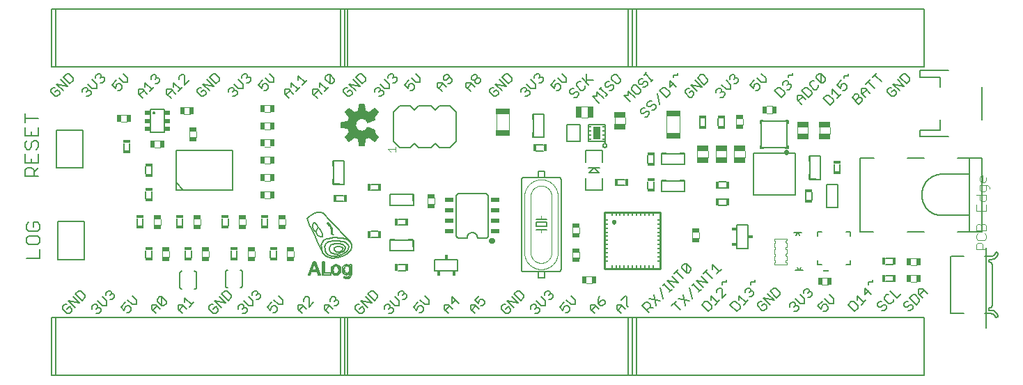
<source format=gto>
G75*
%MOIN*%
%OFA0B0*%
%FSLAX25Y25*%
%IPPOS*%
%LPD*%
%AMOC8*
5,1,8,0,0,1.08239X$1,22.5*
%
%ADD10C,0.00700*%
%ADD11C,0.00500*%
%ADD12C,0.00400*%
%ADD13R,0.03740X0.01969*%
%ADD14C,0.00300*%
%ADD15C,0.00800*%
%ADD16C,0.00600*%
%ADD17R,0.01600X0.03400*%
%ADD18R,0.04050X0.02000*%
%ADD19R,0.04000X0.02000*%
%ADD20C,0.00010*%
%ADD21R,0.01969X0.03740*%
%ADD22R,0.05709X0.02953*%
%ADD23R,0.03400X0.01600*%
%ADD24R,0.03543X0.06299*%
%ADD25R,0.01181X0.00984*%
%ADD26R,0.02953X0.05709*%
%ADD27C,0.01000*%
%ADD28R,0.01969X0.00984*%
%ADD29R,0.00984X0.01969*%
%ADD30R,0.02500X0.01000*%
%ADD31C,0.00200*%
%ADD32R,0.01800X0.02300*%
%ADD33R,0.02300X0.01800*%
%ADD34R,0.02559X0.01969*%
%ADD35C,0.01200*%
%ADD36R,0.06693X0.02953*%
%ADD37C,0.00591*%
%ADD38C,0.00787*%
D10*
X0019232Y0063130D02*
X0025538Y0063130D01*
X0025538Y0067334D01*
X0024487Y0069576D02*
X0020283Y0069576D01*
X0019232Y0070627D01*
X0019232Y0072729D01*
X0020283Y0073779D01*
X0024487Y0073779D01*
X0025538Y0072729D01*
X0025538Y0070627D01*
X0024487Y0069576D01*
X0024487Y0076021D02*
X0020283Y0076021D01*
X0019232Y0077072D01*
X0019232Y0079174D01*
X0020283Y0080225D01*
X0022385Y0080225D02*
X0022385Y0078123D01*
X0022385Y0080225D02*
X0024487Y0080225D01*
X0025538Y0079174D01*
X0025538Y0077072D01*
X0024487Y0076021D01*
X0024782Y0102280D02*
X0018476Y0102280D01*
X0018476Y0105433D01*
X0019527Y0106484D01*
X0021629Y0106484D01*
X0022680Y0105433D01*
X0022680Y0102280D01*
X0022680Y0104382D02*
X0024782Y0106484D01*
X0024782Y0108725D02*
X0024782Y0112929D01*
X0021629Y0110827D02*
X0021629Y0108725D01*
X0018476Y0108725D02*
X0024782Y0108725D01*
X0018476Y0108725D02*
X0018476Y0112929D01*
X0019527Y0115171D02*
X0020578Y0115171D01*
X0021629Y0116222D01*
X0021629Y0118324D01*
X0022680Y0119375D01*
X0023731Y0119375D01*
X0024782Y0118324D01*
X0024782Y0116222D01*
X0023731Y0115171D01*
X0019527Y0115171D02*
X0018476Y0116222D01*
X0018476Y0118324D01*
X0019527Y0119375D01*
X0018476Y0121616D02*
X0024782Y0121616D01*
X0024782Y0125820D01*
X0021629Y0123718D02*
X0021629Y0121616D01*
X0018476Y0121616D02*
X0018476Y0125820D01*
X0018476Y0128062D02*
X0018476Y0132266D01*
X0018476Y0130164D02*
X0024782Y0130164D01*
D11*
X0031221Y0007009D02*
X0033190Y0007009D01*
X0033190Y0034568D01*
X0031221Y0034568D01*
X0031221Y0007009D01*
X0033190Y0007009D02*
X0172954Y0007009D01*
X0172954Y0034568D01*
X0033190Y0034568D01*
X0036490Y0038838D02*
X0038613Y0036715D01*
X0039674Y0036715D01*
X0040736Y0037776D01*
X0040736Y0038838D01*
X0039674Y0039900D01*
X0038613Y0038838D01*
X0036490Y0038838D02*
X0036490Y0039900D01*
X0037551Y0040961D01*
X0038613Y0040961D01*
X0039214Y0042624D02*
X0042399Y0039440D01*
X0044522Y0041563D02*
X0039214Y0042624D01*
X0041337Y0044747D02*
X0044522Y0041563D01*
X0045654Y0042695D02*
X0047247Y0044287D01*
X0047247Y0045349D01*
X0045124Y0047472D01*
X0044062Y0047472D01*
X0042470Y0045880D01*
X0045654Y0042695D01*
X0050490Y0039900D02*
X0051551Y0040961D01*
X0052613Y0040961D01*
X0053143Y0040430D01*
X0053143Y0039369D01*
X0054205Y0039369D01*
X0054736Y0038838D01*
X0054736Y0037776D01*
X0053674Y0036715D01*
X0052613Y0036715D01*
X0052613Y0038838D02*
X0053143Y0039369D01*
X0055337Y0040501D02*
X0053214Y0042624D01*
X0055337Y0040501D02*
X0057461Y0040501D01*
X0057461Y0042624D01*
X0055337Y0044747D01*
X0057001Y0045349D02*
X0057001Y0046410D01*
X0058062Y0047472D01*
X0059124Y0047472D01*
X0059654Y0046941D01*
X0059654Y0045880D01*
X0060716Y0045880D01*
X0061247Y0045349D01*
X0061247Y0044287D01*
X0060185Y0043226D01*
X0059124Y0043226D01*
X0059124Y0045349D02*
X0059654Y0045880D01*
X0067589Y0042999D02*
X0069712Y0040876D01*
X0071836Y0040876D01*
X0071836Y0042999D01*
X0069712Y0045122D01*
X0066457Y0041867D02*
X0064334Y0039744D01*
X0065926Y0038151D01*
X0066457Y0039744D01*
X0066988Y0040275D01*
X0068049Y0040275D01*
X0069111Y0039213D01*
X0069111Y0038151D01*
X0068049Y0037090D01*
X0066988Y0037090D01*
X0079020Y0038682D02*
X0081143Y0036559D01*
X0079551Y0038151D02*
X0081674Y0040275D01*
X0081143Y0040805D02*
X0083267Y0038682D01*
X0083868Y0040345D02*
X0083868Y0044592D01*
X0085991Y0042468D01*
X0085991Y0041407D01*
X0084930Y0040345D01*
X0083868Y0040345D01*
X0081745Y0042468D01*
X0081745Y0043530D01*
X0082807Y0044592D01*
X0083868Y0044592D01*
X0081143Y0040805D02*
X0079020Y0040805D01*
X0079020Y0038682D01*
X0091645Y0038682D02*
X0091645Y0040805D01*
X0093768Y0040805D01*
X0095892Y0038682D01*
X0097024Y0039815D02*
X0099147Y0041938D01*
X0098086Y0040876D02*
X0094901Y0044061D01*
X0094901Y0041938D01*
X0094299Y0040275D02*
X0092176Y0038151D01*
X0091645Y0038682D02*
X0093768Y0036559D01*
X0106490Y0038838D02*
X0106490Y0039900D01*
X0107551Y0040961D01*
X0108613Y0040961D01*
X0109674Y0039900D02*
X0108613Y0038838D01*
X0109674Y0039900D02*
X0110736Y0038838D01*
X0110736Y0037776D01*
X0109674Y0036715D01*
X0108613Y0036715D01*
X0106490Y0038838D01*
X0109214Y0042624D02*
X0112399Y0039440D01*
X0114522Y0041563D02*
X0109214Y0042624D01*
X0111337Y0044747D02*
X0114522Y0041563D01*
X0115654Y0042695D02*
X0117247Y0044287D01*
X0117247Y0045349D01*
X0115124Y0047472D01*
X0114062Y0047472D01*
X0112470Y0045880D01*
X0115654Y0042695D01*
X0120490Y0039900D02*
X0121551Y0040961D01*
X0122613Y0040961D01*
X0123143Y0040430D01*
X0123143Y0039369D01*
X0124205Y0039369D01*
X0124736Y0038838D01*
X0124736Y0037776D01*
X0123674Y0036715D01*
X0122613Y0036715D01*
X0122613Y0038838D02*
X0123143Y0039369D01*
X0125337Y0040501D02*
X0127461Y0040501D01*
X0127461Y0042624D01*
X0125337Y0044747D01*
X0127001Y0045349D02*
X0127001Y0046410D01*
X0128062Y0047472D01*
X0129124Y0047472D01*
X0129654Y0046941D01*
X0129654Y0045880D01*
X0130716Y0045880D01*
X0131247Y0045349D01*
X0131247Y0044287D01*
X0130185Y0043226D01*
X0129124Y0043226D01*
X0129124Y0045349D02*
X0129654Y0045880D01*
X0125337Y0040501D02*
X0123214Y0042624D01*
X0120490Y0039900D02*
X0120490Y0038838D01*
X0134334Y0039744D02*
X0135926Y0038151D01*
X0136457Y0039744D01*
X0136988Y0040275D01*
X0138049Y0040275D01*
X0139111Y0039213D01*
X0139111Y0038151D01*
X0138049Y0037090D01*
X0136988Y0037090D01*
X0134334Y0039744D02*
X0136457Y0041867D01*
X0137589Y0042999D02*
X0139712Y0040876D01*
X0141836Y0040876D01*
X0141836Y0042999D01*
X0139712Y0045122D01*
X0149020Y0040805D02*
X0151143Y0040805D01*
X0153267Y0038682D01*
X0154399Y0039815D02*
X0154399Y0044061D01*
X0153868Y0044592D01*
X0152807Y0044592D01*
X0151745Y0043530D01*
X0151745Y0042468D01*
X0151674Y0040275D02*
X0149551Y0038151D01*
X0149020Y0038682D02*
X0149020Y0040805D01*
X0154399Y0039815D02*
X0156522Y0041938D01*
X0161645Y0040805D02*
X0163768Y0040805D01*
X0165892Y0038682D01*
X0166493Y0040345D02*
X0167555Y0040345D01*
X0168616Y0041407D01*
X0168616Y0042468D01*
X0168086Y0042999D01*
X0167024Y0042999D01*
X0166493Y0042468D01*
X0167024Y0042999D02*
X0167024Y0044061D01*
X0166493Y0044592D01*
X0165432Y0044592D01*
X0164370Y0043530D01*
X0164370Y0042468D01*
X0164299Y0040275D02*
X0162176Y0038151D01*
X0161645Y0038682D02*
X0161645Y0040805D01*
X0161645Y0038682D02*
X0163768Y0036559D01*
X0169410Y0034568D02*
X0171379Y0034568D01*
X0171379Y0007009D01*
X0311143Y0007009D01*
X0311143Y0034568D01*
X0171379Y0034568D01*
X0169410Y0034568D02*
X0169410Y0007009D01*
X0171379Y0007009D01*
X0178613Y0036715D02*
X0179674Y0036715D01*
X0180736Y0037776D01*
X0180736Y0038838D01*
X0179674Y0039900D01*
X0178613Y0038838D01*
X0176490Y0038838D02*
X0178613Y0036715D01*
X0176490Y0038838D02*
X0176490Y0039900D01*
X0177551Y0040961D01*
X0178613Y0040961D01*
X0179214Y0042624D02*
X0184522Y0041563D01*
X0181337Y0044747D01*
X0182470Y0045880D02*
X0184062Y0047472D01*
X0185124Y0047472D01*
X0187247Y0045349D01*
X0187247Y0044287D01*
X0185654Y0042695D01*
X0182470Y0045880D01*
X0179214Y0042624D02*
X0182399Y0039440D01*
X0190490Y0039900D02*
X0190490Y0038838D01*
X0190490Y0039900D02*
X0191551Y0040961D01*
X0192613Y0040961D01*
X0193143Y0040430D01*
X0193143Y0039369D01*
X0194205Y0039369D01*
X0194736Y0038838D01*
X0194736Y0037776D01*
X0193674Y0036715D01*
X0192613Y0036715D01*
X0192613Y0038838D02*
X0193143Y0039369D01*
X0195337Y0040501D02*
X0197461Y0040501D01*
X0197461Y0042624D01*
X0195337Y0044747D01*
X0197001Y0045349D02*
X0197001Y0046410D01*
X0198062Y0047472D01*
X0199124Y0047472D01*
X0199654Y0046941D01*
X0199654Y0045880D01*
X0200716Y0045880D01*
X0201247Y0045349D01*
X0201247Y0044287D01*
X0200185Y0043226D01*
X0199124Y0043226D01*
X0199124Y0045349D02*
X0199654Y0045880D01*
X0195337Y0040501D02*
X0193214Y0042624D01*
X0204334Y0039744D02*
X0205926Y0038151D01*
X0206457Y0039744D01*
X0206988Y0040275D01*
X0208049Y0040275D01*
X0209111Y0039213D01*
X0209111Y0038151D01*
X0208049Y0037090D01*
X0206988Y0037090D01*
X0204334Y0039744D02*
X0206457Y0041867D01*
X0207589Y0042999D02*
X0209712Y0040876D01*
X0211836Y0040876D01*
X0211836Y0042999D01*
X0209712Y0045122D01*
X0219020Y0040805D02*
X0221143Y0040805D01*
X0223267Y0038682D01*
X0221674Y0040275D02*
X0219551Y0038151D01*
X0219020Y0038682D02*
X0219020Y0040805D01*
X0222807Y0041407D02*
X0224930Y0043530D01*
X0225991Y0041407D02*
X0222807Y0044592D01*
X0222807Y0041407D01*
X0219020Y0038682D02*
X0221143Y0036559D01*
X0231645Y0038682D02*
X0233768Y0036559D01*
X0232176Y0038151D02*
X0234299Y0040275D01*
X0233768Y0040805D02*
X0235892Y0038682D01*
X0236493Y0040345D02*
X0237555Y0040345D01*
X0238616Y0041407D01*
X0238616Y0042468D01*
X0237555Y0043530D01*
X0236493Y0043530D01*
X0235962Y0042999D01*
X0235432Y0041407D01*
X0233839Y0042999D01*
X0235962Y0045122D01*
X0233768Y0040805D02*
X0231645Y0040805D01*
X0231645Y0038682D01*
X0246490Y0038838D02*
X0248613Y0036715D01*
X0249674Y0036715D01*
X0250736Y0037776D01*
X0250736Y0038838D01*
X0249674Y0039900D01*
X0248613Y0038838D01*
X0246490Y0038838D02*
X0246490Y0039900D01*
X0247551Y0040961D01*
X0248613Y0040961D01*
X0249214Y0042624D02*
X0254522Y0041563D01*
X0251337Y0044747D01*
X0252470Y0045880D02*
X0254062Y0047472D01*
X0255124Y0047472D01*
X0257247Y0045349D01*
X0257247Y0044287D01*
X0255654Y0042695D01*
X0252470Y0045880D01*
X0249214Y0042624D02*
X0252399Y0039440D01*
X0260490Y0039900D02*
X0260490Y0038838D01*
X0260490Y0039900D02*
X0261551Y0040961D01*
X0262613Y0040961D01*
X0263143Y0040430D01*
X0263143Y0039369D01*
X0264205Y0039369D01*
X0264736Y0038838D01*
X0264736Y0037776D01*
X0263674Y0036715D01*
X0262613Y0036715D01*
X0262613Y0038838D02*
X0263143Y0039369D01*
X0265337Y0040501D02*
X0263214Y0042624D01*
X0265337Y0040501D02*
X0267461Y0040501D01*
X0267461Y0042624D01*
X0265337Y0044747D01*
X0267001Y0045349D02*
X0267001Y0046410D01*
X0268062Y0047472D01*
X0269124Y0047472D01*
X0269654Y0046941D01*
X0269654Y0045880D01*
X0270716Y0045880D01*
X0271247Y0045349D01*
X0271247Y0044287D01*
X0270185Y0043226D01*
X0269124Y0043226D01*
X0269124Y0045349D02*
X0269654Y0045880D01*
X0277589Y0042999D02*
X0279712Y0040876D01*
X0281836Y0040876D01*
X0281836Y0042999D01*
X0279712Y0045122D01*
X0276457Y0041867D02*
X0274334Y0039744D01*
X0275926Y0038151D01*
X0276457Y0039744D01*
X0276988Y0040275D01*
X0278049Y0040275D01*
X0279111Y0039213D01*
X0279111Y0038151D01*
X0278049Y0037090D01*
X0276988Y0037090D01*
X0289020Y0038682D02*
X0291143Y0036559D01*
X0289551Y0038151D02*
X0291674Y0040275D01*
X0291143Y0040805D02*
X0293267Y0038682D01*
X0293868Y0040345D02*
X0294930Y0040345D01*
X0295991Y0041407D01*
X0295991Y0042468D01*
X0295461Y0042999D01*
X0294399Y0042999D01*
X0292807Y0041407D01*
X0293868Y0040345D01*
X0292807Y0041407D02*
X0292807Y0043530D01*
X0293337Y0045122D01*
X0291143Y0040805D02*
X0289020Y0040805D01*
X0289020Y0038682D01*
X0301645Y0038682D02*
X0301645Y0040805D01*
X0303768Y0040805D01*
X0305892Y0038682D01*
X0307024Y0039815D02*
X0306493Y0040345D01*
X0306493Y0044592D01*
X0305962Y0045122D01*
X0303839Y0042999D01*
X0304299Y0040275D02*
X0302176Y0038151D01*
X0301645Y0038682D02*
X0303768Y0036559D01*
X0307009Y0034568D02*
X0308977Y0034568D01*
X0308977Y0007009D01*
X0448741Y0007009D01*
X0448741Y0034568D01*
X0308977Y0034568D01*
X0307009Y0034568D02*
X0307009Y0007009D01*
X0308977Y0007009D01*
X0317143Y0037184D02*
X0313959Y0040369D01*
X0315551Y0041961D01*
X0316613Y0041961D01*
X0317674Y0040900D01*
X0317674Y0039838D01*
X0316082Y0038246D01*
X0317143Y0039307D02*
X0319267Y0039307D01*
X0320399Y0040440D02*
X0319337Y0045747D01*
X0317214Y0043624D02*
X0322522Y0042563D01*
X0323654Y0043695D02*
X0322593Y0049003D01*
X0323725Y0050135D02*
X0324787Y0051197D01*
X0324256Y0050666D02*
X0327441Y0047481D01*
X0326910Y0046950D02*
X0327971Y0048012D01*
X0329080Y0049121D02*
X0325895Y0052305D01*
X0331203Y0051244D01*
X0328019Y0054429D01*
X0329151Y0055561D02*
X0331274Y0057684D01*
X0330213Y0056622D02*
X0333397Y0053438D01*
X0337725Y0050135D02*
X0338787Y0051197D01*
X0338256Y0050666D02*
X0341441Y0047481D01*
X0340910Y0046950D02*
X0341971Y0048012D01*
X0343080Y0049121D02*
X0339895Y0052305D01*
X0345203Y0051244D01*
X0342019Y0054429D01*
X0343151Y0055561D02*
X0345274Y0057684D01*
X0344213Y0056622D02*
X0347397Y0053438D01*
X0352100Y0051572D02*
X0354223Y0051572D01*
X0354223Y0052633D01*
X0352100Y0051572D02*
X0352100Y0050510D01*
X0351499Y0048847D02*
X0350437Y0048847D01*
X0349376Y0047785D01*
X0349376Y0046724D01*
X0351499Y0048847D02*
X0352029Y0048316D01*
X0352029Y0044070D01*
X0354153Y0046193D01*
X0350897Y0042938D02*
X0348774Y0040815D01*
X0349836Y0041876D02*
X0346651Y0045061D01*
X0346651Y0042938D01*
X0344988Y0042336D02*
X0343926Y0042336D01*
X0342334Y0040744D01*
X0345518Y0037559D01*
X0347111Y0039151D01*
X0347111Y0040213D01*
X0344988Y0042336D01*
X0337654Y0043695D02*
X0336593Y0049003D01*
X0333337Y0045747D02*
X0334399Y0040440D01*
X0336522Y0042563D02*
X0331214Y0043624D01*
X0330082Y0042492D02*
X0327959Y0040369D01*
X0329020Y0041430D02*
X0332205Y0038246D01*
X0355959Y0040744D02*
X0357551Y0042336D01*
X0358613Y0042336D01*
X0360736Y0040213D01*
X0360736Y0039151D01*
X0359143Y0037559D01*
X0355959Y0040744D01*
X0360276Y0042938D02*
X0360276Y0045061D01*
X0363461Y0041876D01*
X0362399Y0040815D02*
X0364522Y0042938D01*
X0365124Y0044601D02*
X0366185Y0044601D01*
X0367247Y0045662D01*
X0367247Y0046724D01*
X0366716Y0047255D01*
X0365654Y0047255D01*
X0365124Y0046724D01*
X0365654Y0047255D02*
X0365654Y0048316D01*
X0365124Y0048847D01*
X0364062Y0048847D01*
X0363001Y0047785D01*
X0363001Y0046724D01*
X0365725Y0050510D02*
X0365725Y0051572D01*
X0367848Y0051572D01*
X0367848Y0052633D01*
X0375095Y0047255D02*
X0376687Y0048847D01*
X0377749Y0048847D01*
X0379872Y0046724D01*
X0379872Y0045662D01*
X0378279Y0044070D01*
X0375095Y0047255D01*
X0373962Y0046122D02*
X0377147Y0042938D01*
X0371839Y0043999D01*
X0375024Y0040815D01*
X0373361Y0040213D02*
X0372299Y0041275D01*
X0371238Y0040213D01*
X0373361Y0040213D02*
X0373361Y0039151D01*
X0372299Y0038090D01*
X0371238Y0038090D01*
X0369115Y0040213D01*
X0369115Y0041275D01*
X0370176Y0042336D01*
X0371238Y0042336D01*
X0384490Y0040900D02*
X0384490Y0039838D01*
X0384490Y0040900D02*
X0385551Y0041961D01*
X0386613Y0041961D01*
X0387143Y0041430D01*
X0387143Y0040369D01*
X0388205Y0040369D01*
X0388736Y0039838D01*
X0388736Y0038776D01*
X0387674Y0037715D01*
X0386613Y0037715D01*
X0386613Y0039838D02*
X0387143Y0040369D01*
X0389337Y0041501D02*
X0391461Y0041501D01*
X0391461Y0043624D01*
X0389337Y0045747D01*
X0391001Y0046349D02*
X0391001Y0047410D01*
X0392062Y0048472D01*
X0393124Y0048472D01*
X0393654Y0047941D01*
X0393654Y0046880D01*
X0394716Y0046880D01*
X0395247Y0046349D01*
X0395247Y0045287D01*
X0394185Y0044226D01*
X0393124Y0044226D01*
X0389337Y0041501D02*
X0387214Y0043624D01*
X0393124Y0046349D02*
X0393654Y0046880D01*
X0401214Y0043624D02*
X0403337Y0041501D01*
X0405461Y0041501D01*
X0405461Y0043624D01*
X0403337Y0045747D01*
X0400082Y0042492D02*
X0397959Y0040369D01*
X0399551Y0038776D01*
X0400082Y0040369D01*
X0400613Y0040900D01*
X0401674Y0040900D01*
X0402736Y0039838D01*
X0402736Y0038776D01*
X0401674Y0037715D01*
X0400613Y0037715D01*
X0412334Y0040744D02*
X0413926Y0042336D01*
X0414988Y0042336D01*
X0417111Y0040213D01*
X0417111Y0039151D01*
X0415518Y0037559D01*
X0412334Y0040744D01*
X0416651Y0045061D02*
X0419836Y0041876D01*
X0418774Y0040815D02*
X0420897Y0042938D01*
X0420437Y0045662D02*
X0422560Y0047785D01*
X0423622Y0045662D02*
X0420437Y0048847D01*
X0420437Y0045662D01*
X0416651Y0045061D02*
X0416651Y0042938D01*
X0426490Y0041275D02*
X0426490Y0040213D01*
X0427020Y0039682D01*
X0428082Y0039682D01*
X0429143Y0040744D01*
X0430205Y0040744D01*
X0430736Y0040213D01*
X0430736Y0039151D01*
X0429674Y0038090D01*
X0428613Y0038090D01*
X0426490Y0041275D02*
X0427551Y0042336D01*
X0428613Y0042336D01*
X0429745Y0043468D02*
X0431868Y0041345D01*
X0432930Y0041345D01*
X0433991Y0042407D01*
X0433991Y0043468D01*
X0435654Y0044070D02*
X0437778Y0046193D01*
X0435654Y0044070D02*
X0432470Y0047255D01*
X0431868Y0045592D02*
X0430807Y0045592D01*
X0429745Y0044530D01*
X0429745Y0043468D01*
X0439115Y0041275D02*
X0439115Y0040213D01*
X0439645Y0039682D01*
X0440707Y0039682D01*
X0441768Y0040744D01*
X0442830Y0040744D01*
X0443361Y0040213D01*
X0443361Y0039151D01*
X0442299Y0038090D01*
X0441238Y0038090D01*
X0439115Y0041275D02*
X0440176Y0042336D01*
X0441238Y0042336D01*
X0441839Y0043999D02*
X0443432Y0045592D01*
X0444493Y0045592D01*
X0446616Y0043468D01*
X0446616Y0042407D01*
X0445024Y0040815D01*
X0441839Y0043999D01*
X0446156Y0046193D02*
X0446156Y0048316D01*
X0448279Y0048316D01*
X0450403Y0046193D01*
X0448810Y0047785D02*
X0446687Y0045662D01*
X0446156Y0046193D02*
X0448279Y0044070D01*
X0461536Y0036536D02*
X0461536Y0064095D01*
X0461930Y0064095D02*
X0467835Y0064095D01*
X0477678Y0064095D02*
X0481024Y0064095D01*
X0481221Y0064095D01*
X0481024Y0062520D02*
X0479843Y0062520D01*
X0479843Y0061339D01*
X0479843Y0061340D02*
X0479920Y0061338D01*
X0479997Y0061332D01*
X0480074Y0061323D01*
X0480150Y0061310D01*
X0480226Y0061293D01*
X0480300Y0061272D01*
X0480374Y0061248D01*
X0480446Y0061220D01*
X0480516Y0061189D01*
X0480585Y0061154D01*
X0480653Y0061116D01*
X0480718Y0061075D01*
X0480781Y0061030D01*
X0480842Y0060982D01*
X0480901Y0060932D01*
X0480957Y0060879D01*
X0481010Y0060823D01*
X0481060Y0060764D01*
X0481108Y0060703D01*
X0481153Y0060640D01*
X0481194Y0060575D01*
X0481232Y0060507D01*
X0481267Y0060438D01*
X0481298Y0060368D01*
X0481326Y0060296D01*
X0481350Y0060222D01*
X0481371Y0060148D01*
X0481388Y0060072D01*
X0481401Y0059996D01*
X0481410Y0059919D01*
X0481416Y0059842D01*
X0481418Y0059765D01*
X0481418Y0058977D01*
X0481418Y0059371D02*
X0481418Y0040867D01*
X0481416Y0040790D01*
X0481410Y0040713D01*
X0481401Y0040636D01*
X0481388Y0040560D01*
X0481371Y0040484D01*
X0481350Y0040410D01*
X0481326Y0040336D01*
X0481298Y0040264D01*
X0481267Y0040194D01*
X0481232Y0040125D01*
X0481194Y0040057D01*
X0481153Y0039992D01*
X0481108Y0039929D01*
X0481060Y0039868D01*
X0481010Y0039809D01*
X0480957Y0039753D01*
X0480901Y0039700D01*
X0480842Y0039650D01*
X0480781Y0039602D01*
X0480718Y0039557D01*
X0480653Y0039516D01*
X0480585Y0039478D01*
X0480516Y0039443D01*
X0480446Y0039412D01*
X0480374Y0039384D01*
X0480300Y0039360D01*
X0480226Y0039339D01*
X0480150Y0039322D01*
X0480074Y0039309D01*
X0479997Y0039300D01*
X0479920Y0039294D01*
X0479843Y0039292D01*
X0479843Y0038111D01*
X0481024Y0038111D01*
X0481024Y0036536D02*
X0477678Y0036536D01*
X0481024Y0036536D02*
X0481221Y0036536D01*
X0481024Y0038111D02*
X0481134Y0038109D01*
X0481244Y0038103D01*
X0481353Y0038094D01*
X0481462Y0038080D01*
X0481571Y0038063D01*
X0481679Y0038042D01*
X0481786Y0038017D01*
X0481892Y0037989D01*
X0481997Y0037957D01*
X0482101Y0037921D01*
X0482204Y0037882D01*
X0482305Y0037839D01*
X0482405Y0037792D01*
X0482503Y0037742D01*
X0482599Y0037689D01*
X0482693Y0037632D01*
X0482785Y0037572D01*
X0482876Y0037509D01*
X0482963Y0037443D01*
X0483049Y0037374D01*
X0483132Y0037302D01*
X0483212Y0037227D01*
X0483290Y0037149D01*
X0483365Y0037069D01*
X0483437Y0036986D01*
X0483506Y0036900D01*
X0483572Y0036813D01*
X0483635Y0036722D01*
X0483695Y0036630D01*
X0483752Y0036536D01*
X0483805Y0036440D01*
X0483855Y0036342D01*
X0483902Y0036242D01*
X0483945Y0036141D01*
X0483984Y0036038D01*
X0484020Y0035934D01*
X0484052Y0035829D01*
X0484080Y0035723D01*
X0484105Y0035616D01*
X0484126Y0035508D01*
X0484143Y0035399D01*
X0484157Y0035290D01*
X0484166Y0035181D01*
X0484172Y0035071D01*
X0484174Y0034961D01*
X0482993Y0034568D01*
X0482991Y0034654D01*
X0482986Y0034740D01*
X0482976Y0034825D01*
X0482963Y0034910D01*
X0482946Y0034994D01*
X0482926Y0035078D01*
X0482902Y0035160D01*
X0482874Y0035241D01*
X0482843Y0035322D01*
X0482809Y0035400D01*
X0482771Y0035477D01*
X0482729Y0035553D01*
X0482685Y0035626D01*
X0482637Y0035697D01*
X0482586Y0035767D01*
X0482532Y0035834D01*
X0482476Y0035898D01*
X0482416Y0035960D01*
X0482354Y0036020D01*
X0482290Y0036076D01*
X0482223Y0036130D01*
X0482153Y0036181D01*
X0482082Y0036229D01*
X0482009Y0036273D01*
X0481933Y0036315D01*
X0481856Y0036353D01*
X0481778Y0036387D01*
X0481697Y0036418D01*
X0481616Y0036446D01*
X0481534Y0036470D01*
X0481450Y0036490D01*
X0481366Y0036507D01*
X0481281Y0036520D01*
X0481196Y0036530D01*
X0481110Y0036535D01*
X0481024Y0036537D01*
X0467835Y0036536D02*
X0461930Y0036536D01*
X0478465Y0029646D02*
X0478465Y0068032D01*
X0481024Y0064095D02*
X0481110Y0064097D01*
X0481196Y0064102D01*
X0481281Y0064112D01*
X0481366Y0064125D01*
X0481450Y0064142D01*
X0481534Y0064162D01*
X0481616Y0064186D01*
X0481697Y0064214D01*
X0481778Y0064245D01*
X0481856Y0064279D01*
X0481933Y0064317D01*
X0482009Y0064359D01*
X0482082Y0064403D01*
X0482153Y0064451D01*
X0482223Y0064502D01*
X0482290Y0064556D01*
X0482354Y0064612D01*
X0482416Y0064672D01*
X0482476Y0064734D01*
X0482532Y0064798D01*
X0482586Y0064865D01*
X0482637Y0064935D01*
X0482685Y0065006D01*
X0482729Y0065080D01*
X0482771Y0065155D01*
X0482809Y0065232D01*
X0482843Y0065310D01*
X0482874Y0065391D01*
X0482902Y0065472D01*
X0482926Y0065554D01*
X0482946Y0065638D01*
X0482963Y0065722D01*
X0482976Y0065807D01*
X0482986Y0065892D01*
X0482991Y0065978D01*
X0482993Y0066064D01*
X0484174Y0065670D01*
X0484172Y0065560D01*
X0484166Y0065450D01*
X0484157Y0065341D01*
X0484143Y0065232D01*
X0484126Y0065123D01*
X0484105Y0065015D01*
X0484080Y0064908D01*
X0484052Y0064802D01*
X0484020Y0064697D01*
X0483984Y0064593D01*
X0483945Y0064490D01*
X0483902Y0064389D01*
X0483855Y0064289D01*
X0483805Y0064191D01*
X0483752Y0064095D01*
X0483695Y0064001D01*
X0483635Y0063909D01*
X0483572Y0063818D01*
X0483506Y0063731D01*
X0483437Y0063645D01*
X0483365Y0063562D01*
X0483290Y0063482D01*
X0483212Y0063404D01*
X0483132Y0063329D01*
X0483049Y0063257D01*
X0482963Y0063188D01*
X0482876Y0063122D01*
X0482785Y0063059D01*
X0482693Y0062999D01*
X0482599Y0062942D01*
X0482503Y0062889D01*
X0482405Y0062839D01*
X0482305Y0062792D01*
X0482204Y0062749D01*
X0482101Y0062710D01*
X0481997Y0062674D01*
X0481892Y0062642D01*
X0481786Y0062614D01*
X0481679Y0062589D01*
X0481571Y0062568D01*
X0481462Y0062551D01*
X0481353Y0062537D01*
X0481244Y0062528D01*
X0481134Y0062522D01*
X0481024Y0062520D01*
X0424223Y0052633D02*
X0424223Y0051572D01*
X0422100Y0051572D01*
X0422100Y0050510D01*
X0413434Y0060032D02*
X0413434Y0062001D01*
X0413434Y0060032D02*
X0411465Y0060032D01*
X0399654Y0060032D02*
X0397686Y0060032D01*
X0397686Y0062001D01*
X0397686Y0073812D02*
X0397686Y0075780D01*
X0399654Y0075780D01*
X0411465Y0075780D02*
X0413434Y0075780D01*
X0413434Y0073812D01*
X0387087Y0093465D02*
X0367087Y0093465D01*
X0367087Y0113465D01*
X0387087Y0113465D01*
X0387087Y0093465D01*
X0383682Y0115769D02*
X0382363Y0115769D01*
X0383288Y0116162D02*
X0370887Y0116162D01*
X0370887Y0128564D01*
X0383288Y0128564D01*
X0383288Y0116162D01*
X0383682Y0115769D02*
X0383682Y0117087D01*
X0371812Y0115769D02*
X0370493Y0115769D01*
X0370493Y0117087D01*
X0370493Y0127639D02*
X0370493Y0128957D01*
X0371812Y0128957D01*
X0382363Y0128957D02*
X0383682Y0128957D01*
X0383682Y0127639D01*
X0390151Y0136786D02*
X0388028Y0138909D01*
X0388028Y0141032D01*
X0390151Y0141032D01*
X0392274Y0138909D01*
X0393407Y0140042D02*
X0394999Y0141634D01*
X0394999Y0142695D01*
X0392876Y0144819D01*
X0391814Y0144819D01*
X0390222Y0143226D01*
X0393407Y0140042D01*
X0390682Y0140502D02*
X0388559Y0138378D01*
X0381999Y0141634D02*
X0381999Y0142695D01*
X0379876Y0144819D01*
X0378814Y0144819D01*
X0377222Y0143226D01*
X0380407Y0140042D01*
X0381999Y0141634D01*
X0383131Y0143828D02*
X0384193Y0143828D01*
X0385254Y0144889D01*
X0385254Y0145951D01*
X0384724Y0146482D01*
X0383662Y0146482D01*
X0383131Y0145951D01*
X0383662Y0146482D02*
X0383662Y0147543D01*
X0383131Y0148074D01*
X0382070Y0148074D01*
X0381008Y0147012D01*
X0381008Y0145951D01*
X0372979Y0147239D02*
X0372979Y0149362D01*
X0370856Y0151485D01*
X0368733Y0149362D02*
X0370856Y0147239D01*
X0372979Y0147239D01*
X0370255Y0145576D02*
X0370255Y0144514D01*
X0369193Y0143453D01*
X0368131Y0143453D01*
X0367070Y0144514D02*
X0367601Y0146107D01*
X0368131Y0146637D01*
X0369193Y0146637D01*
X0370255Y0145576D01*
X0367070Y0144514D02*
X0365477Y0146107D01*
X0367601Y0148230D01*
X0359885Y0147770D02*
X0358823Y0146708D01*
X0357762Y0146708D01*
X0356099Y0146107D02*
X0353976Y0148230D01*
X0355639Y0148831D02*
X0355639Y0149893D01*
X0356700Y0150955D01*
X0357762Y0150955D01*
X0358293Y0150424D01*
X0358293Y0149362D01*
X0359354Y0149362D01*
X0359885Y0148831D01*
X0359885Y0147770D01*
X0358293Y0149362D02*
X0357762Y0148831D01*
X0356099Y0146107D02*
X0356099Y0143984D01*
X0353976Y0143984D01*
X0351852Y0146107D01*
X0351251Y0144444D02*
X0351782Y0143913D01*
X0351782Y0142851D01*
X0352843Y0142851D01*
X0353374Y0142320D01*
X0353374Y0141259D01*
X0352312Y0140197D01*
X0351251Y0140197D01*
X0351251Y0142320D02*
X0351782Y0142851D01*
X0351251Y0144444D02*
X0350189Y0144444D01*
X0349128Y0143382D01*
X0349128Y0142320D01*
X0345135Y0147770D02*
X0343543Y0146177D01*
X0340358Y0149362D01*
X0341950Y0150955D01*
X0343012Y0150955D01*
X0345135Y0148831D01*
X0345135Y0147770D01*
X0342410Y0145045D02*
X0339226Y0148230D01*
X0337102Y0146107D02*
X0342410Y0145045D01*
X0340287Y0142922D02*
X0337102Y0146107D01*
X0336501Y0144444D02*
X0335439Y0144444D01*
X0334378Y0143382D01*
X0334378Y0142320D01*
X0336501Y0140197D01*
X0337562Y0140197D01*
X0338624Y0141259D01*
X0338624Y0142320D01*
X0337562Y0143382D01*
X0336501Y0142320D01*
X0330254Y0144889D02*
X0327070Y0148074D01*
X0327070Y0144889D01*
X0329193Y0147012D01*
X0328733Y0149737D02*
X0328733Y0150799D01*
X0330856Y0150799D01*
X0330856Y0151860D01*
X0319064Y0148699D02*
X0318003Y0147638D01*
X0318534Y0148168D02*
X0315349Y0151353D01*
X0314818Y0150822D02*
X0315880Y0151884D01*
X0314217Y0149159D02*
X0313155Y0149159D01*
X0312093Y0148098D01*
X0312093Y0147036D01*
X0312624Y0146505D01*
X0313686Y0146505D01*
X0314747Y0147567D01*
X0315809Y0147567D01*
X0316340Y0147036D01*
X0316340Y0145974D01*
X0315278Y0144913D01*
X0314217Y0144913D01*
X0313084Y0143781D02*
X0310961Y0145904D01*
X0309899Y0145904D01*
X0308838Y0144842D01*
X0308838Y0143781D01*
X0310961Y0141657D01*
X0312023Y0141657D01*
X0313084Y0142719D01*
X0313084Y0143781D01*
X0321090Y0142094D02*
X0322151Y0136786D01*
X0320488Y0136184D02*
X0320488Y0135123D01*
X0319427Y0134061D01*
X0318365Y0134061D01*
X0317233Y0132929D02*
X0317233Y0131867D01*
X0316171Y0130806D01*
X0315109Y0130806D01*
X0314579Y0132398D02*
X0315640Y0133460D01*
X0316702Y0133460D01*
X0317233Y0132929D01*
X0314579Y0132398D02*
X0313517Y0132398D01*
X0312986Y0132929D01*
X0312986Y0133991D01*
X0314048Y0135052D01*
X0315109Y0135052D01*
X0316242Y0136184D02*
X0316773Y0135654D01*
X0317834Y0135654D01*
X0318896Y0136715D01*
X0319957Y0136715D01*
X0320488Y0136184D01*
X0318365Y0138308D02*
X0317303Y0138308D01*
X0316242Y0137246D01*
X0316242Y0136184D01*
X0308236Y0137871D02*
X0305052Y0141056D01*
X0307175Y0141056D01*
X0307175Y0143179D01*
X0310359Y0139994D01*
X0300254Y0144514D02*
X0299193Y0143453D01*
X0298131Y0143453D01*
X0297601Y0145045D02*
X0298662Y0146107D01*
X0299724Y0146107D01*
X0300254Y0145576D01*
X0300254Y0144514D01*
X0297601Y0145045D02*
X0296539Y0145045D01*
X0296008Y0145576D01*
X0296008Y0146637D01*
X0297070Y0147699D01*
X0298131Y0147699D01*
X0299264Y0148831D02*
X0301387Y0146708D01*
X0302448Y0146708D01*
X0303510Y0147770D01*
X0303510Y0148831D01*
X0301387Y0150954D01*
X0300325Y0150954D01*
X0299264Y0149893D01*
X0299264Y0148831D01*
X0294369Y0144998D02*
X0293307Y0143936D01*
X0293838Y0144467D02*
X0297023Y0141282D01*
X0296492Y0140752D02*
X0297553Y0141813D01*
X0295359Y0139619D02*
X0292175Y0142804D01*
X0292175Y0140681D01*
X0290052Y0140681D01*
X0293236Y0137496D01*
X0283374Y0141259D02*
X0282312Y0140197D01*
X0281251Y0140197D01*
X0280720Y0141790D02*
X0281782Y0142851D01*
X0282843Y0142851D01*
X0283374Y0142320D01*
X0283374Y0141259D01*
X0284506Y0143453D02*
X0285568Y0143453D01*
X0286629Y0144514D01*
X0286629Y0145576D01*
X0287231Y0147239D02*
X0287231Y0151485D01*
X0285108Y0149362D02*
X0288293Y0146177D01*
X0284506Y0147699D02*
X0283445Y0147699D01*
X0282383Y0146637D01*
X0282383Y0145576D01*
X0284506Y0143453D01*
X0281251Y0144444D02*
X0280189Y0144444D01*
X0279128Y0143382D01*
X0279128Y0142320D01*
X0279659Y0141790D01*
X0280720Y0141790D01*
X0274880Y0144514D02*
X0273818Y0143453D01*
X0272756Y0143453D01*
X0271695Y0144514D02*
X0272226Y0146107D01*
X0272756Y0146637D01*
X0273818Y0146637D01*
X0274880Y0145576D01*
X0274880Y0144514D01*
X0271695Y0144514D02*
X0270102Y0146107D01*
X0272226Y0148230D01*
X0273358Y0149362D02*
X0275481Y0147239D01*
X0277604Y0147239D01*
X0277604Y0149362D01*
X0275481Y0151485D01*
X0266510Y0149206D02*
X0266510Y0148145D01*
X0265448Y0147083D01*
X0264387Y0147083D01*
X0262724Y0146482D02*
X0260601Y0148605D01*
X0262264Y0149206D02*
X0262264Y0150268D01*
X0263325Y0151330D01*
X0264387Y0151330D01*
X0264918Y0150799D01*
X0264918Y0149737D01*
X0265979Y0149737D01*
X0266510Y0149206D01*
X0264918Y0149737D02*
X0264387Y0149206D01*
X0262724Y0146482D02*
X0262724Y0144359D01*
X0260601Y0144359D01*
X0258477Y0146482D01*
X0257876Y0144819D02*
X0258407Y0144288D01*
X0258407Y0143226D01*
X0259468Y0143226D01*
X0259999Y0142695D01*
X0259999Y0141634D01*
X0258937Y0140572D01*
X0257876Y0140572D01*
X0257876Y0142695D02*
X0258407Y0143226D01*
X0257876Y0144819D02*
X0256814Y0144819D01*
X0255753Y0143757D01*
X0255753Y0142695D01*
X0248785Y0145420D02*
X0245601Y0148605D01*
X0246733Y0149737D02*
X0248325Y0151330D01*
X0249387Y0151330D01*
X0251510Y0149206D01*
X0251510Y0148145D01*
X0249918Y0146552D01*
X0246733Y0149737D01*
X0243477Y0146482D02*
X0248785Y0145420D01*
X0246662Y0143297D02*
X0243477Y0146482D01*
X0242876Y0144819D02*
X0241814Y0144819D01*
X0240753Y0143757D01*
X0240753Y0142695D01*
X0242876Y0140572D01*
X0243937Y0140572D01*
X0244999Y0141634D01*
X0244999Y0142695D01*
X0243937Y0143757D01*
X0242876Y0142695D01*
X0233785Y0145045D02*
X0231662Y0147168D01*
X0229539Y0147168D01*
X0229539Y0145045D01*
X0231662Y0142922D01*
X0230070Y0144514D02*
X0232193Y0146637D01*
X0233856Y0147239D02*
X0233856Y0148301D01*
X0234918Y0149362D01*
X0235979Y0149362D01*
X0236510Y0148831D01*
X0236510Y0147770D01*
X0235448Y0146708D01*
X0234387Y0146708D01*
X0233856Y0147239D01*
X0233856Y0148301D02*
X0232795Y0148301D01*
X0232264Y0148831D01*
X0232264Y0149893D01*
X0233325Y0150955D01*
X0234387Y0150955D01*
X0234918Y0150424D01*
X0234918Y0149362D01*
X0222885Y0148831D02*
X0222885Y0147770D01*
X0221823Y0146708D01*
X0220762Y0146708D01*
X0220231Y0148301D02*
X0219170Y0148301D01*
X0218639Y0148831D01*
X0218639Y0149893D01*
X0219700Y0150955D01*
X0220762Y0150955D01*
X0222885Y0148831D01*
X0221823Y0149893D02*
X0220231Y0148301D01*
X0218568Y0146637D02*
X0216445Y0144514D01*
X0215914Y0145045D02*
X0218037Y0142922D01*
X0215914Y0145045D02*
X0215914Y0147168D01*
X0218037Y0147168D01*
X0220160Y0145045D01*
X0207604Y0147239D02*
X0207604Y0149362D01*
X0205481Y0151485D01*
X0203358Y0149362D02*
X0205481Y0147239D01*
X0207604Y0147239D01*
X0204880Y0145576D02*
X0204880Y0144514D01*
X0203818Y0143453D01*
X0202756Y0143453D01*
X0201695Y0144514D02*
X0202226Y0146107D01*
X0202756Y0146637D01*
X0203818Y0146637D01*
X0204880Y0145576D01*
X0201695Y0144514D02*
X0200102Y0146107D01*
X0202226Y0148230D01*
X0196510Y0148145D02*
X0196510Y0149206D01*
X0195979Y0149737D01*
X0194918Y0149737D01*
X0194387Y0149206D01*
X0194918Y0149737D02*
X0194918Y0150799D01*
X0194387Y0151330D01*
X0193325Y0151330D01*
X0192264Y0150268D01*
X0192264Y0149206D01*
X0190601Y0148605D02*
X0192724Y0146482D01*
X0192724Y0144359D01*
X0190601Y0144359D01*
X0188477Y0146482D01*
X0187876Y0144819D02*
X0188407Y0144288D01*
X0188407Y0143226D01*
X0189468Y0143226D01*
X0189999Y0142695D01*
X0189999Y0141634D01*
X0188937Y0140572D01*
X0187876Y0140572D01*
X0187876Y0142695D02*
X0188407Y0143226D01*
X0187876Y0144819D02*
X0186814Y0144819D01*
X0185753Y0143757D01*
X0185753Y0142695D01*
X0178785Y0145420D02*
X0175601Y0148605D01*
X0176733Y0149737D02*
X0179918Y0146552D01*
X0181510Y0148145D01*
X0181510Y0149206D01*
X0179387Y0151330D01*
X0178325Y0151330D01*
X0176733Y0149737D01*
X0173477Y0146482D02*
X0178785Y0145420D01*
X0176662Y0143297D02*
X0173477Y0146482D01*
X0172876Y0144819D02*
X0171814Y0144819D01*
X0170753Y0143757D01*
X0170753Y0142695D01*
X0172876Y0140572D01*
X0173937Y0140572D01*
X0174999Y0141634D01*
X0174999Y0142695D01*
X0173937Y0143757D01*
X0172876Y0142695D01*
X0163785Y0145045D02*
X0161662Y0142922D01*
X0162724Y0143984D02*
X0159539Y0147168D01*
X0159539Y0145045D01*
X0158407Y0143913D02*
X0156284Y0143913D01*
X0156284Y0141790D01*
X0158407Y0139667D01*
X0156814Y0141259D02*
X0158937Y0143382D01*
X0158407Y0143913D02*
X0160530Y0141790D01*
X0153416Y0148301D02*
X0151293Y0146177D01*
X0152354Y0147239D02*
X0149169Y0150424D01*
X0149169Y0148301D01*
X0145914Y0147168D02*
X0149099Y0143984D01*
X0150160Y0145045D02*
X0148037Y0142922D01*
X0146905Y0141790D02*
X0144782Y0143913D01*
X0142659Y0143913D01*
X0142659Y0141790D01*
X0144782Y0139667D01*
X0143189Y0141259D02*
X0145312Y0143382D01*
X0145914Y0145045D02*
X0145914Y0147168D01*
X0137604Y0147239D02*
X0137604Y0149362D01*
X0135481Y0151485D01*
X0133358Y0149362D02*
X0135481Y0147239D01*
X0137604Y0147239D01*
X0134880Y0145576D02*
X0134880Y0144514D01*
X0133818Y0143453D01*
X0132756Y0143453D01*
X0131695Y0144514D02*
X0130102Y0146107D01*
X0132226Y0148230D01*
X0132756Y0146637D02*
X0133818Y0146637D01*
X0134880Y0145576D01*
X0132756Y0146637D02*
X0132226Y0146107D01*
X0131695Y0144514D01*
X0122724Y0144359D02*
X0122724Y0146482D01*
X0120601Y0148605D01*
X0122264Y0149206D02*
X0122264Y0150268D01*
X0123325Y0151330D01*
X0124387Y0151330D01*
X0124918Y0150799D01*
X0124918Y0149737D01*
X0125979Y0149737D01*
X0126510Y0149206D01*
X0126510Y0148145D01*
X0125448Y0147083D01*
X0124387Y0147083D01*
X0124387Y0149206D02*
X0124918Y0149737D01*
X0120601Y0144359D02*
X0118477Y0146482D01*
X0117876Y0144819D02*
X0116814Y0144819D01*
X0115753Y0143757D01*
X0115753Y0142695D01*
X0117876Y0142695D02*
X0118407Y0143226D01*
X0119468Y0143226D01*
X0119999Y0142695D01*
X0119999Y0141634D01*
X0118937Y0140572D01*
X0117876Y0140572D01*
X0118407Y0143226D02*
X0118407Y0144288D01*
X0117876Y0144819D01*
X0120601Y0144359D02*
X0122724Y0144359D01*
X0111510Y0148145D02*
X0111510Y0149206D01*
X0109387Y0151330D01*
X0108325Y0151330D01*
X0106733Y0149737D01*
X0109918Y0146552D01*
X0111510Y0148145D01*
X0108785Y0145420D02*
X0105601Y0148605D01*
X0103477Y0146482D02*
X0108785Y0145420D01*
X0106662Y0143297D02*
X0103477Y0146482D01*
X0102876Y0144819D02*
X0101814Y0144819D01*
X0100753Y0143757D01*
X0100753Y0142695D01*
X0102876Y0140572D01*
X0103937Y0140572D01*
X0104999Y0141634D01*
X0104999Y0142695D01*
X0103937Y0143757D01*
X0102876Y0142695D01*
X0097041Y0148301D02*
X0094918Y0146177D01*
X0094918Y0150424D01*
X0094387Y0150955D01*
X0093325Y0150955D01*
X0092264Y0149893D01*
X0092264Y0148831D01*
X0089539Y0147168D02*
X0092724Y0143984D01*
X0093785Y0145045D02*
X0091662Y0142922D01*
X0090530Y0141790D02*
X0088407Y0143913D01*
X0086284Y0143913D01*
X0086284Y0141790D01*
X0088407Y0139667D01*
X0086814Y0141259D02*
X0088937Y0143382D01*
X0089539Y0145045D02*
X0089539Y0147168D01*
X0082885Y0147770D02*
X0081823Y0146708D01*
X0080762Y0146708D01*
X0080160Y0145045D02*
X0078037Y0142922D01*
X0079099Y0143984D02*
X0075914Y0147168D01*
X0075914Y0145045D01*
X0074782Y0143913D02*
X0072659Y0143913D01*
X0072659Y0141790D01*
X0074782Y0139667D01*
X0073189Y0141259D02*
X0075312Y0143382D01*
X0074782Y0143913D02*
X0076905Y0141790D01*
X0064880Y0144514D02*
X0064880Y0145576D01*
X0063818Y0146637D01*
X0062756Y0146637D01*
X0062226Y0146107D01*
X0061695Y0144514D01*
X0060102Y0146107D01*
X0062226Y0148230D01*
X0063358Y0149362D02*
X0065481Y0147239D01*
X0067604Y0147239D01*
X0067604Y0149362D01*
X0065481Y0151485D01*
X0056510Y0149206D02*
X0056510Y0148145D01*
X0055448Y0147083D01*
X0054387Y0147083D01*
X0052724Y0146482D02*
X0050601Y0148605D01*
X0052264Y0149206D02*
X0052264Y0150268D01*
X0053325Y0151330D01*
X0054387Y0151330D01*
X0054918Y0150799D01*
X0054918Y0149737D01*
X0055979Y0149737D01*
X0056510Y0149206D01*
X0054918Y0149737D02*
X0054387Y0149206D01*
X0052724Y0146482D02*
X0052724Y0144359D01*
X0050601Y0144359D01*
X0048477Y0146482D01*
X0047876Y0144819D02*
X0048407Y0144288D01*
X0048407Y0143226D01*
X0049468Y0143226D01*
X0049999Y0142695D01*
X0049999Y0141634D01*
X0048937Y0140572D01*
X0047876Y0140572D01*
X0047876Y0142695D02*
X0048407Y0143226D01*
X0047876Y0144819D02*
X0046814Y0144819D01*
X0045753Y0143757D01*
X0045753Y0142695D01*
X0038785Y0145420D02*
X0035601Y0148605D01*
X0036733Y0149737D02*
X0038325Y0151330D01*
X0039387Y0151330D01*
X0041510Y0149206D01*
X0041510Y0148145D01*
X0039918Y0146552D01*
X0036733Y0149737D01*
X0033477Y0146482D02*
X0038785Y0145420D01*
X0036662Y0143297D02*
X0033477Y0146482D01*
X0032876Y0144819D02*
X0031814Y0144819D01*
X0030753Y0143757D01*
X0030753Y0142695D01*
X0032876Y0140572D01*
X0033937Y0140572D01*
X0034999Y0141634D01*
X0034999Y0142695D01*
X0033937Y0143757D01*
X0032876Y0142695D01*
X0062756Y0143453D02*
X0063818Y0143453D01*
X0064880Y0144514D01*
X0078639Y0148831D02*
X0078639Y0149893D01*
X0079700Y0150955D01*
X0080762Y0150955D01*
X0081293Y0150424D01*
X0081293Y0149362D01*
X0082354Y0149362D01*
X0082885Y0148831D01*
X0082885Y0147770D01*
X0081293Y0149362D02*
X0080762Y0148831D01*
X0033190Y0154646D02*
X0033190Y0182206D01*
X0031221Y0182206D01*
X0031221Y0154646D01*
X0033190Y0154646D01*
X0172954Y0154646D01*
X0172954Y0182206D01*
X0033190Y0182206D01*
X0162264Y0149893D02*
X0163325Y0150955D01*
X0164387Y0150955D01*
X0164387Y0146708D01*
X0165448Y0146708D01*
X0166510Y0147770D01*
X0166510Y0148831D01*
X0164387Y0150955D01*
X0162264Y0149893D02*
X0162264Y0148831D01*
X0164387Y0146708D01*
X0169410Y0154646D02*
X0171379Y0154646D01*
X0171379Y0182206D01*
X0169410Y0182206D01*
X0169410Y0154646D01*
X0171379Y0154646D02*
X0311143Y0154646D01*
X0311143Y0182206D01*
X0171379Y0182206D01*
X0194387Y0147083D02*
X0195448Y0147083D01*
X0196510Y0148145D01*
X0197961Y0135906D02*
X0202961Y0135906D01*
X0204961Y0133906D01*
X0206961Y0135906D01*
X0212961Y0135906D01*
X0214961Y0133906D01*
X0216961Y0135906D01*
X0221961Y0135906D01*
X0224961Y0132906D01*
X0224961Y0118906D01*
X0221961Y0115906D01*
X0216961Y0115906D01*
X0214961Y0117906D01*
X0212961Y0115906D01*
X0206961Y0115906D01*
X0204961Y0117906D01*
X0202961Y0115906D01*
X0197961Y0115906D01*
X0194961Y0118906D01*
X0194961Y0132906D01*
X0197961Y0135906D01*
X0287231Y0148301D02*
X0290416Y0148301D01*
X0307009Y0154646D02*
X0308977Y0154646D01*
X0308977Y0182206D01*
X0307009Y0182206D01*
X0307009Y0154646D01*
X0308977Y0154646D02*
X0448741Y0154646D01*
X0448741Y0182206D01*
X0308977Y0182206D01*
X0383733Y0150799D02*
X0385856Y0150799D01*
X0385856Y0151860D01*
X0383733Y0150799D02*
X0383733Y0149737D01*
X0394008Y0147012D02*
X0394008Y0145951D01*
X0396131Y0143828D01*
X0397193Y0143828D01*
X0398254Y0144889D01*
X0398254Y0145951D01*
X0399387Y0147083D02*
X0399387Y0151329D01*
X0401510Y0149206D01*
X0401510Y0148145D01*
X0400448Y0147083D01*
X0399387Y0147083D01*
X0397264Y0149206D01*
X0397264Y0150268D01*
X0398325Y0151329D01*
X0399387Y0151329D01*
X0396131Y0148074D02*
X0395070Y0148074D01*
X0394008Y0147012D01*
X0404909Y0143913D02*
X0408093Y0140728D01*
X0407032Y0139667D02*
X0409155Y0141790D01*
X0409756Y0143453D02*
X0410818Y0143453D01*
X0411879Y0144514D01*
X0411879Y0145576D01*
X0410818Y0146637D01*
X0409756Y0146637D01*
X0409226Y0146107D01*
X0408695Y0144514D01*
X0407102Y0146107D01*
X0409226Y0148230D01*
X0410358Y0149362D02*
X0410358Y0150424D01*
X0412481Y0150424D01*
X0412481Y0151485D01*
X0420879Y0146482D02*
X0423002Y0148605D01*
X0421941Y0147543D02*
X0425125Y0144359D01*
X0422931Y0142165D02*
X0420808Y0144288D01*
X0418685Y0144288D01*
X0418685Y0142165D01*
X0420808Y0140042D01*
X0419145Y0139440D02*
X0419145Y0138378D01*
X0417553Y0136786D01*
X0414368Y0139971D01*
X0415960Y0141563D01*
X0417022Y0141563D01*
X0417553Y0141032D01*
X0417553Y0139971D01*
X0415960Y0138378D01*
X0417553Y0139971D02*
X0418614Y0139971D01*
X0419145Y0139440D01*
X0419216Y0141634D02*
X0421339Y0143757D01*
X0428381Y0147614D02*
X0425196Y0150799D01*
X0424134Y0149737D02*
X0426258Y0151860D01*
X0433871Y0146482D02*
X0439179Y0145420D01*
X0435994Y0148605D01*
X0437127Y0149737D02*
X0438719Y0151330D01*
X0439781Y0151330D01*
X0441904Y0149206D01*
X0441904Y0148145D01*
X0440311Y0146552D01*
X0437127Y0149737D01*
X0433871Y0146482D02*
X0437056Y0143297D01*
X0435393Y0142695D02*
X0434331Y0143757D01*
X0433270Y0142695D01*
X0433270Y0140572D02*
X0431146Y0142695D01*
X0431146Y0143757D01*
X0432208Y0144819D01*
X0433270Y0144819D01*
X0435393Y0142695D02*
X0435393Y0141634D01*
X0434331Y0140572D01*
X0433270Y0140572D01*
X0405369Y0139065D02*
X0405369Y0138003D01*
X0403776Y0136411D01*
X0400592Y0139596D01*
X0402184Y0141188D01*
X0403245Y0141188D01*
X0405369Y0139065D01*
X0404909Y0141790D02*
X0404909Y0143913D01*
X0326999Y0142695D02*
X0324876Y0144819D01*
X0323814Y0144819D01*
X0322222Y0143226D01*
X0325407Y0140042D01*
X0326999Y0141634D01*
X0326999Y0142695D01*
X0295985Y0126891D02*
X0288111Y0126891D01*
X0295985Y0126891D01*
X0295985Y0119017D01*
X0295788Y0119017D02*
X0295790Y0119044D01*
X0295796Y0119071D01*
X0295805Y0119097D01*
X0295818Y0119121D01*
X0295834Y0119144D01*
X0295853Y0119163D01*
X0295875Y0119180D01*
X0295899Y0119194D01*
X0295924Y0119204D01*
X0295951Y0119211D01*
X0295978Y0119214D01*
X0296006Y0119213D01*
X0296033Y0119208D01*
X0296059Y0119200D01*
X0296083Y0119188D01*
X0296106Y0119172D01*
X0296127Y0119154D01*
X0296144Y0119133D01*
X0296159Y0119109D01*
X0296170Y0119084D01*
X0296178Y0119058D01*
X0296182Y0119031D01*
X0296182Y0119003D01*
X0296178Y0118976D01*
X0296170Y0118950D01*
X0296159Y0118925D01*
X0296144Y0118901D01*
X0296127Y0118880D01*
X0296106Y0118862D01*
X0296084Y0118846D01*
X0296059Y0118834D01*
X0296033Y0118826D01*
X0296006Y0118821D01*
X0295978Y0118820D01*
X0295951Y0118823D01*
X0295924Y0118830D01*
X0295899Y0118840D01*
X0295875Y0118854D01*
X0295853Y0118871D01*
X0295834Y0118890D01*
X0295818Y0118913D01*
X0295805Y0118937D01*
X0295796Y0118963D01*
X0295790Y0118990D01*
X0295788Y0119017D01*
X0295985Y0119017D02*
X0288111Y0119017D01*
X0288111Y0126891D01*
X0288111Y0119017D02*
X0295985Y0119017D01*
X0295105Y0117048D02*
X0295107Y0117107D01*
X0295113Y0117165D01*
X0295123Y0117223D01*
X0295136Y0117280D01*
X0295154Y0117337D01*
X0295175Y0117392D01*
X0295200Y0117445D01*
X0295228Y0117496D01*
X0295259Y0117546D01*
X0295294Y0117593D01*
X0295332Y0117638D01*
X0295373Y0117681D01*
X0295417Y0117720D01*
X0295463Y0117756D01*
X0295511Y0117790D01*
X0295562Y0117820D01*
X0295615Y0117846D01*
X0295669Y0117869D01*
X0295724Y0117888D01*
X0295781Y0117904D01*
X0295839Y0117916D01*
X0295897Y0117924D01*
X0295956Y0117928D01*
X0296014Y0117928D01*
X0296073Y0117924D01*
X0296131Y0117916D01*
X0296189Y0117904D01*
X0296246Y0117888D01*
X0296301Y0117869D01*
X0296355Y0117846D01*
X0296408Y0117820D01*
X0296459Y0117790D01*
X0296507Y0117756D01*
X0296553Y0117720D01*
X0296597Y0117681D01*
X0296638Y0117638D01*
X0296676Y0117593D01*
X0296711Y0117546D01*
X0296742Y0117496D01*
X0296770Y0117445D01*
X0296795Y0117392D01*
X0296816Y0117337D01*
X0296834Y0117280D01*
X0296847Y0117223D01*
X0296857Y0117165D01*
X0296863Y0117107D01*
X0296865Y0117048D01*
X0296863Y0116989D01*
X0296857Y0116931D01*
X0296847Y0116873D01*
X0296834Y0116816D01*
X0296816Y0116759D01*
X0296795Y0116704D01*
X0296770Y0116651D01*
X0296742Y0116600D01*
X0296711Y0116550D01*
X0296676Y0116503D01*
X0296638Y0116458D01*
X0296597Y0116415D01*
X0296553Y0116376D01*
X0296507Y0116340D01*
X0296459Y0116306D01*
X0296408Y0116276D01*
X0296355Y0116250D01*
X0296301Y0116227D01*
X0296246Y0116208D01*
X0296189Y0116192D01*
X0296131Y0116180D01*
X0296073Y0116172D01*
X0296014Y0116168D01*
X0295956Y0116168D01*
X0295897Y0116172D01*
X0295839Y0116180D01*
X0295781Y0116192D01*
X0295724Y0116208D01*
X0295669Y0116227D01*
X0295615Y0116250D01*
X0295562Y0116276D01*
X0295511Y0116306D01*
X0295463Y0116340D01*
X0295417Y0116376D01*
X0295373Y0116415D01*
X0295332Y0116458D01*
X0295294Y0116503D01*
X0295259Y0116550D01*
X0295228Y0116600D01*
X0295200Y0116651D01*
X0295175Y0116704D01*
X0295154Y0116759D01*
X0295136Y0116816D01*
X0295123Y0116873D01*
X0295113Y0116931D01*
X0295107Y0116989D01*
X0295105Y0117048D01*
X0333999Y0060409D02*
X0335060Y0060409D01*
X0335060Y0056162D01*
X0336122Y0056162D01*
X0337183Y0057224D01*
X0337183Y0058286D01*
X0335060Y0060409D01*
X0333999Y0060409D02*
X0332937Y0059347D01*
X0332937Y0058286D01*
X0335060Y0056162D01*
X0347468Y0057755D02*
X0347468Y0059878D01*
X0350653Y0056693D01*
X0349591Y0055632D02*
X0351714Y0057755D01*
X0151143Y0036559D02*
X0149020Y0038682D01*
X0050490Y0038838D02*
X0050490Y0039900D01*
X0046772Y0062520D02*
X0034174Y0062520D01*
X0034174Y0080631D01*
X0046772Y0080631D01*
X0046772Y0062520D01*
X0046182Y0106221D02*
X0033583Y0106221D01*
X0033583Y0124331D01*
X0046182Y0124331D01*
X0046182Y0106221D01*
D12*
X0080410Y0115938D02*
X0083213Y0115938D01*
X0083213Y0119288D02*
X0080410Y0119288D01*
X0097237Y0120961D02*
X0097237Y0123765D01*
X0100587Y0123765D02*
X0100587Y0120961D01*
X0097387Y0131934D02*
X0094583Y0131934D01*
X0094583Y0135284D02*
X0097387Y0135284D01*
X0067269Y0131690D02*
X0064465Y0131690D01*
X0064465Y0128339D02*
X0067269Y0128339D01*
X0132969Y0128146D02*
X0135772Y0128146D01*
X0135772Y0124796D02*
X0132969Y0124796D01*
X0132969Y0119879D02*
X0135772Y0119879D01*
X0135772Y0116528D02*
X0132969Y0116528D01*
X0132969Y0111611D02*
X0135772Y0111611D01*
X0135772Y0108261D02*
X0132969Y0108261D01*
X0132969Y0103343D02*
X0135772Y0103343D01*
X0135772Y0099993D02*
X0132969Y0099993D01*
X0132969Y0095076D02*
X0135772Y0095076D01*
X0135772Y0091725D02*
X0132969Y0091725D01*
X0139757Y0081835D02*
X0139757Y0079032D01*
X0143107Y0079032D02*
X0143107Y0081835D01*
X0124209Y0081835D02*
X0124209Y0079032D01*
X0120859Y0079032D02*
X0120859Y0081835D01*
X0102359Y0081835D02*
X0102359Y0079032D01*
X0099009Y0079032D02*
X0099009Y0081835D01*
X0083461Y0081835D02*
X0083461Y0079032D01*
X0080111Y0079032D02*
X0080111Y0081835D01*
X0084245Y0066481D02*
X0084245Y0063678D01*
X0087595Y0063678D02*
X0087595Y0066481D01*
X0103143Y0066481D02*
X0103143Y0063678D01*
X0106493Y0063678D02*
X0106493Y0066481D01*
X0124993Y0066481D02*
X0124993Y0063678D01*
X0128343Y0063678D02*
X0128343Y0066481D01*
X0143891Y0066481D02*
X0143891Y0063678D01*
X0147241Y0063678D02*
X0147241Y0066481D01*
X0211213Y0089072D02*
X0211213Y0091875D01*
X0214564Y0091875D02*
X0214564Y0089072D01*
X0280308Y0077702D02*
X0280308Y0074898D01*
X0283658Y0074898D02*
X0283658Y0077702D01*
X0283709Y0065891D02*
X0283709Y0063087D01*
X0280359Y0063087D02*
X0280359Y0065891D01*
X0287103Y0054379D02*
X0289906Y0054379D01*
X0289906Y0051028D02*
X0287103Y0051028D01*
X0337643Y0072536D02*
X0337643Y0075339D01*
X0340993Y0075339D02*
X0340993Y0072536D01*
X0377087Y0072363D02*
X0377087Y0071477D01*
X0377132Y0071475D01*
X0377176Y0071470D01*
X0377220Y0071460D01*
X0377263Y0071448D01*
X0377304Y0071431D01*
X0377344Y0071412D01*
X0377383Y0071389D01*
X0377419Y0071363D01*
X0377453Y0071334D01*
X0377485Y0071302D01*
X0377514Y0071268D01*
X0377540Y0071232D01*
X0377563Y0071193D01*
X0377582Y0071153D01*
X0377599Y0071112D01*
X0377611Y0071069D01*
X0377621Y0071025D01*
X0377626Y0070981D01*
X0377628Y0070936D01*
X0377626Y0070891D01*
X0377621Y0070847D01*
X0377611Y0070803D01*
X0377599Y0070760D01*
X0377582Y0070719D01*
X0377563Y0070679D01*
X0377540Y0070640D01*
X0377514Y0070604D01*
X0377485Y0070570D01*
X0377453Y0070538D01*
X0377419Y0070509D01*
X0377383Y0070483D01*
X0377344Y0070460D01*
X0377304Y0070441D01*
X0377263Y0070424D01*
X0377220Y0070412D01*
X0377176Y0070402D01*
X0377132Y0070397D01*
X0377087Y0070395D01*
X0377087Y0070394D02*
X0377087Y0068328D01*
X0377087Y0068327D02*
X0377132Y0068325D01*
X0377176Y0068320D01*
X0377220Y0068310D01*
X0377263Y0068298D01*
X0377304Y0068281D01*
X0377344Y0068262D01*
X0377383Y0068239D01*
X0377419Y0068213D01*
X0377453Y0068184D01*
X0377485Y0068152D01*
X0377514Y0068118D01*
X0377540Y0068082D01*
X0377563Y0068043D01*
X0377582Y0068003D01*
X0377599Y0067962D01*
X0377611Y0067919D01*
X0377621Y0067875D01*
X0377626Y0067831D01*
X0377628Y0067786D01*
X0377626Y0067741D01*
X0377621Y0067697D01*
X0377611Y0067653D01*
X0377599Y0067610D01*
X0377582Y0067569D01*
X0377563Y0067529D01*
X0377540Y0067490D01*
X0377514Y0067454D01*
X0377485Y0067420D01*
X0377453Y0067388D01*
X0377419Y0067359D01*
X0377383Y0067333D01*
X0377344Y0067310D01*
X0377304Y0067291D01*
X0377263Y0067274D01*
X0377220Y0067262D01*
X0377176Y0067252D01*
X0377132Y0067247D01*
X0377087Y0067245D01*
X0377087Y0065178D01*
X0377132Y0065176D01*
X0377176Y0065171D01*
X0377220Y0065161D01*
X0377263Y0065149D01*
X0377304Y0065132D01*
X0377344Y0065113D01*
X0377383Y0065090D01*
X0377419Y0065064D01*
X0377453Y0065035D01*
X0377485Y0065003D01*
X0377514Y0064969D01*
X0377540Y0064933D01*
X0377563Y0064894D01*
X0377582Y0064854D01*
X0377599Y0064813D01*
X0377611Y0064770D01*
X0377621Y0064726D01*
X0377626Y0064682D01*
X0377628Y0064637D01*
X0377626Y0064592D01*
X0377621Y0064548D01*
X0377611Y0064504D01*
X0377599Y0064461D01*
X0377582Y0064420D01*
X0377563Y0064380D01*
X0377540Y0064341D01*
X0377514Y0064305D01*
X0377485Y0064271D01*
X0377453Y0064239D01*
X0377419Y0064210D01*
X0377383Y0064184D01*
X0377344Y0064161D01*
X0377304Y0064142D01*
X0377263Y0064125D01*
X0377220Y0064113D01*
X0377176Y0064103D01*
X0377132Y0064098D01*
X0377087Y0064096D01*
X0377087Y0064095D02*
X0377087Y0062028D01*
X0377132Y0062026D01*
X0377176Y0062021D01*
X0377220Y0062011D01*
X0377263Y0061999D01*
X0377304Y0061982D01*
X0377344Y0061963D01*
X0377383Y0061940D01*
X0377419Y0061914D01*
X0377453Y0061885D01*
X0377485Y0061853D01*
X0377514Y0061819D01*
X0377540Y0061783D01*
X0377563Y0061744D01*
X0377582Y0061704D01*
X0377599Y0061663D01*
X0377611Y0061620D01*
X0377621Y0061576D01*
X0377626Y0061532D01*
X0377628Y0061487D01*
X0377626Y0061442D01*
X0377621Y0061398D01*
X0377611Y0061354D01*
X0377599Y0061311D01*
X0377582Y0061270D01*
X0377563Y0061230D01*
X0377540Y0061191D01*
X0377514Y0061155D01*
X0377485Y0061121D01*
X0377453Y0061089D01*
X0377419Y0061060D01*
X0377383Y0061034D01*
X0377344Y0061011D01*
X0377304Y0060992D01*
X0377263Y0060975D01*
X0377220Y0060963D01*
X0377176Y0060953D01*
X0377132Y0060948D01*
X0377087Y0060946D01*
X0377087Y0060158D01*
X0382993Y0060158D01*
X0382993Y0061044D01*
X0382948Y0061046D01*
X0382904Y0061051D01*
X0382860Y0061061D01*
X0382817Y0061073D01*
X0382776Y0061090D01*
X0382736Y0061109D01*
X0382697Y0061132D01*
X0382661Y0061158D01*
X0382627Y0061187D01*
X0382595Y0061219D01*
X0382566Y0061253D01*
X0382540Y0061289D01*
X0382517Y0061328D01*
X0382498Y0061368D01*
X0382481Y0061409D01*
X0382469Y0061452D01*
X0382459Y0061496D01*
X0382454Y0061540D01*
X0382452Y0061585D01*
X0382454Y0061630D01*
X0382459Y0061674D01*
X0382469Y0061718D01*
X0382481Y0061761D01*
X0382498Y0061802D01*
X0382517Y0061842D01*
X0382540Y0061881D01*
X0382566Y0061917D01*
X0382595Y0061951D01*
X0382627Y0061983D01*
X0382661Y0062012D01*
X0382697Y0062038D01*
X0382736Y0062061D01*
X0382776Y0062080D01*
X0382817Y0062097D01*
X0382860Y0062109D01*
X0382904Y0062119D01*
X0382948Y0062124D01*
X0382993Y0062126D01*
X0382993Y0062127D02*
X0382993Y0064194D01*
X0382948Y0064196D01*
X0382904Y0064201D01*
X0382860Y0064211D01*
X0382817Y0064223D01*
X0382776Y0064240D01*
X0382736Y0064259D01*
X0382697Y0064282D01*
X0382661Y0064308D01*
X0382627Y0064337D01*
X0382595Y0064369D01*
X0382566Y0064403D01*
X0382540Y0064439D01*
X0382517Y0064478D01*
X0382498Y0064518D01*
X0382481Y0064559D01*
X0382469Y0064602D01*
X0382459Y0064646D01*
X0382454Y0064690D01*
X0382452Y0064735D01*
X0382454Y0064780D01*
X0382459Y0064824D01*
X0382469Y0064868D01*
X0382481Y0064911D01*
X0382498Y0064952D01*
X0382517Y0064992D01*
X0382540Y0065031D01*
X0382566Y0065067D01*
X0382595Y0065101D01*
X0382627Y0065133D01*
X0382661Y0065162D01*
X0382697Y0065188D01*
X0382736Y0065211D01*
X0382776Y0065230D01*
X0382817Y0065247D01*
X0382860Y0065259D01*
X0382904Y0065269D01*
X0382948Y0065274D01*
X0382993Y0065276D01*
X0382993Y0067343D01*
X0382993Y0067344D02*
X0382948Y0067346D01*
X0382904Y0067351D01*
X0382860Y0067361D01*
X0382817Y0067373D01*
X0382776Y0067390D01*
X0382736Y0067409D01*
X0382697Y0067432D01*
X0382661Y0067458D01*
X0382627Y0067487D01*
X0382595Y0067519D01*
X0382566Y0067553D01*
X0382540Y0067589D01*
X0382517Y0067628D01*
X0382498Y0067668D01*
X0382481Y0067709D01*
X0382469Y0067752D01*
X0382459Y0067796D01*
X0382454Y0067840D01*
X0382452Y0067885D01*
X0382454Y0067930D01*
X0382459Y0067974D01*
X0382469Y0068018D01*
X0382481Y0068061D01*
X0382498Y0068102D01*
X0382517Y0068142D01*
X0382540Y0068181D01*
X0382566Y0068217D01*
X0382595Y0068251D01*
X0382627Y0068283D01*
X0382661Y0068312D01*
X0382697Y0068338D01*
X0382736Y0068361D01*
X0382776Y0068380D01*
X0382817Y0068397D01*
X0382860Y0068409D01*
X0382904Y0068419D01*
X0382948Y0068424D01*
X0382993Y0068426D01*
X0382993Y0070493D01*
X0382948Y0070495D01*
X0382904Y0070500D01*
X0382860Y0070510D01*
X0382817Y0070522D01*
X0382776Y0070539D01*
X0382736Y0070558D01*
X0382697Y0070581D01*
X0382661Y0070607D01*
X0382627Y0070636D01*
X0382595Y0070668D01*
X0382566Y0070702D01*
X0382540Y0070738D01*
X0382517Y0070777D01*
X0382498Y0070817D01*
X0382481Y0070858D01*
X0382469Y0070901D01*
X0382459Y0070945D01*
X0382454Y0070989D01*
X0382452Y0071034D01*
X0382454Y0071079D01*
X0382459Y0071123D01*
X0382469Y0071167D01*
X0382481Y0071210D01*
X0382498Y0071251D01*
X0382517Y0071291D01*
X0382540Y0071330D01*
X0382566Y0071366D01*
X0382595Y0071400D01*
X0382627Y0071432D01*
X0382661Y0071461D01*
X0382697Y0071487D01*
X0382736Y0071510D01*
X0382776Y0071529D01*
X0382817Y0071546D01*
X0382860Y0071558D01*
X0382904Y0071568D01*
X0382948Y0071573D01*
X0382993Y0071575D01*
X0382993Y0071576D02*
X0382993Y0072363D01*
X0377087Y0072363D01*
X0399898Y0053788D02*
X0402702Y0053788D01*
X0402702Y0050438D02*
X0399898Y0050438D01*
X0442418Y0051568D02*
X0445221Y0051568D01*
X0445221Y0054918D02*
X0442418Y0054918D01*
X0442418Y0059835D02*
X0445221Y0059835D01*
X0445221Y0063186D02*
X0442418Y0063186D01*
X0473858Y0067248D02*
X0473858Y0069550D01*
X0474626Y0070317D01*
X0476160Y0070317D01*
X0476928Y0069550D01*
X0476928Y0067248D01*
X0478462Y0067248D02*
X0473858Y0067248D01*
X0474626Y0071852D02*
X0477695Y0071852D01*
X0478462Y0072619D01*
X0478462Y0074154D01*
X0477695Y0074921D01*
X0478462Y0076456D02*
X0473858Y0076456D01*
X0473858Y0078758D01*
X0474626Y0079525D01*
X0475393Y0079525D01*
X0476160Y0078758D01*
X0476160Y0076456D01*
X0474626Y0074921D02*
X0473858Y0074154D01*
X0473858Y0072619D01*
X0474626Y0071852D01*
X0478462Y0076456D02*
X0478462Y0078758D01*
X0477695Y0079525D01*
X0476928Y0079525D01*
X0476160Y0078758D01*
X0476160Y0085664D02*
X0476160Y0087198D01*
X0473858Y0085664D02*
X0478462Y0085664D01*
X0478462Y0088733D01*
X0477695Y0090268D02*
X0476160Y0090268D01*
X0475393Y0091035D01*
X0475393Y0093337D01*
X0473858Y0093337D02*
X0478462Y0093337D01*
X0478462Y0091035D01*
X0477695Y0090268D01*
X0473858Y0088733D02*
X0473858Y0085664D01*
X0476160Y0094872D02*
X0477695Y0094872D01*
X0478462Y0095639D01*
X0478462Y0097941D01*
X0479230Y0097941D02*
X0475393Y0097941D01*
X0475393Y0095639D01*
X0476160Y0094872D01*
X0479997Y0096406D02*
X0479997Y0097174D01*
X0479230Y0097941D01*
X0477695Y0099476D02*
X0476160Y0099476D01*
X0475393Y0100243D01*
X0475393Y0101777D01*
X0476160Y0102545D01*
X0476928Y0102545D01*
X0476928Y0099476D01*
X0477695Y0099476D02*
X0478462Y0100243D01*
X0478462Y0101777D01*
X0403898Y0122733D02*
X0403898Y0125635D01*
X0398702Y0125635D02*
X0398702Y0122635D01*
X0393269Y0122733D02*
X0393269Y0125635D01*
X0388072Y0125635D02*
X0388072Y0122635D01*
X0376127Y0132524D02*
X0373324Y0132524D01*
X0373324Y0135875D02*
X0376127Y0135875D01*
X0362202Y0129670D02*
X0362202Y0126867D01*
X0358851Y0126867D02*
X0358851Y0129670D01*
X0331761Y0130887D02*
X0331761Y0123288D01*
X0325564Y0123288D02*
X0325564Y0130887D01*
X0305867Y0130359D02*
X0305867Y0127457D01*
X0300670Y0127359D02*
X0300670Y0130359D01*
X0287643Y0130394D02*
X0284741Y0130394D01*
X0284643Y0135591D02*
X0287643Y0135591D01*
X0250265Y0132068D02*
X0250265Y0124469D01*
X0244068Y0124469D02*
X0244068Y0132068D01*
X0340237Y0114316D02*
X0340237Y0111414D01*
X0345434Y0111414D02*
X0345434Y0114414D01*
X0349095Y0114316D02*
X0349095Y0111414D01*
X0354292Y0111414D02*
X0354292Y0114414D01*
X0357954Y0114316D02*
X0357954Y0111414D01*
X0363150Y0111414D02*
X0363150Y0114414D01*
X0135772Y0133064D02*
X0132969Y0133064D01*
X0132969Y0136414D02*
X0135772Y0136414D01*
D13*
X0098918Y0124647D03*
X0098918Y0120047D03*
X0100689Y0082718D03*
X0100689Y0078118D03*
X0081792Y0078118D03*
X0081792Y0082718D03*
X0085926Y0067364D03*
X0085926Y0062764D03*
X0104823Y0062764D03*
X0104823Y0067364D03*
X0126674Y0067364D03*
X0126674Y0062764D03*
X0145571Y0062764D03*
X0145571Y0067364D03*
X0141437Y0078118D03*
X0141437Y0082718D03*
X0122540Y0082718D03*
X0122540Y0078118D03*
X0212894Y0088158D03*
X0212894Y0092758D03*
X0281989Y0078584D03*
X0281989Y0073984D03*
X0282029Y0066805D03*
X0282029Y0062205D03*
X0339312Y0071653D03*
X0339312Y0076253D03*
X0360532Y0125953D03*
X0360532Y0130553D03*
D14*
X0195811Y0116525D02*
X0195811Y0114056D01*
X0195811Y0115291D02*
X0192108Y0115291D01*
X0193343Y0114056D01*
D15*
X0169017Y0109568D02*
X0165867Y0109568D01*
X0165867Y0107206D01*
X0165867Y0100906D02*
X0165867Y0098544D01*
X0169017Y0098544D01*
X0193229Y0093820D02*
X0193229Y0090670D01*
X0193229Y0093820D02*
X0195591Y0093820D01*
X0201891Y0093820D02*
X0204253Y0093820D01*
X0204253Y0090670D01*
X0224740Y0092587D02*
X0224740Y0074187D01*
X0224739Y0074187D02*
X0224751Y0074106D01*
X0224766Y0074026D01*
X0224785Y0073947D01*
X0224807Y0073869D01*
X0224834Y0073792D01*
X0224863Y0073716D01*
X0224897Y0073642D01*
X0224934Y0073570D01*
X0224974Y0073499D01*
X0225018Y0073431D01*
X0225065Y0073364D01*
X0225115Y0073300D01*
X0225168Y0073239D01*
X0225224Y0073180D01*
X0225283Y0073123D01*
X0225344Y0073070D01*
X0225408Y0073019D01*
X0225474Y0072972D01*
X0225542Y0072928D01*
X0225612Y0072887D01*
X0225684Y0072849D01*
X0225758Y0072815D01*
X0225834Y0072785D01*
X0225910Y0072758D01*
X0225988Y0072735D01*
X0226067Y0072715D01*
X0226147Y0072700D01*
X0226228Y0072688D01*
X0226308Y0072680D01*
X0226390Y0072676D01*
X0226471Y0072675D01*
X0226552Y0072679D01*
X0226633Y0072686D01*
X0226683Y0072687D02*
X0230002Y0072687D01*
X0230002Y0072887D02*
X0230004Y0072985D01*
X0230010Y0073083D01*
X0230019Y0073181D01*
X0230033Y0073278D01*
X0230050Y0073375D01*
X0230071Y0073471D01*
X0230096Y0073566D01*
X0230124Y0073660D01*
X0230157Y0073752D01*
X0230192Y0073844D01*
X0230232Y0073934D01*
X0230274Y0074022D01*
X0230321Y0074109D01*
X0230370Y0074193D01*
X0230423Y0074276D01*
X0230479Y0074356D01*
X0230539Y0074435D01*
X0230601Y0074511D01*
X0230666Y0074584D01*
X0230734Y0074655D01*
X0230805Y0074723D01*
X0230878Y0074788D01*
X0230954Y0074850D01*
X0231033Y0074910D01*
X0231113Y0074966D01*
X0231196Y0075019D01*
X0231280Y0075068D01*
X0231367Y0075115D01*
X0231455Y0075157D01*
X0231545Y0075197D01*
X0231637Y0075232D01*
X0231729Y0075265D01*
X0231823Y0075293D01*
X0231918Y0075318D01*
X0232014Y0075339D01*
X0232111Y0075356D01*
X0232208Y0075370D01*
X0232306Y0075379D01*
X0232404Y0075385D01*
X0232502Y0075387D01*
X0232600Y0075385D01*
X0232698Y0075379D01*
X0232796Y0075370D01*
X0232893Y0075356D01*
X0232990Y0075339D01*
X0233086Y0075318D01*
X0233181Y0075293D01*
X0233275Y0075265D01*
X0233367Y0075232D01*
X0233459Y0075197D01*
X0233549Y0075157D01*
X0233637Y0075115D01*
X0233724Y0075068D01*
X0233808Y0075019D01*
X0233891Y0074966D01*
X0233971Y0074910D01*
X0234050Y0074850D01*
X0234126Y0074788D01*
X0234199Y0074723D01*
X0234270Y0074655D01*
X0234338Y0074584D01*
X0234403Y0074511D01*
X0234465Y0074435D01*
X0234525Y0074356D01*
X0234581Y0074276D01*
X0234634Y0074193D01*
X0234683Y0074109D01*
X0234730Y0074022D01*
X0234772Y0073934D01*
X0234812Y0073844D01*
X0234847Y0073752D01*
X0234880Y0073660D01*
X0234908Y0073566D01*
X0234933Y0073471D01*
X0234954Y0073375D01*
X0234971Y0073278D01*
X0234985Y0073181D01*
X0234994Y0073083D01*
X0235000Y0072985D01*
X0235002Y0072887D01*
X0235002Y0072687D02*
X0238959Y0072687D01*
X0239029Y0072699D01*
X0239099Y0072716D01*
X0239167Y0072736D01*
X0239235Y0072759D01*
X0239301Y0072787D01*
X0239365Y0072818D01*
X0239427Y0072852D01*
X0239488Y0072890D01*
X0239547Y0072930D01*
X0239603Y0072974D01*
X0239656Y0073021D01*
X0239708Y0073071D01*
X0239756Y0073124D01*
X0239801Y0073179D01*
X0239844Y0073236D01*
X0239883Y0073296D01*
X0239919Y0073358D01*
X0239951Y0073421D01*
X0239980Y0073486D01*
X0240006Y0073553D01*
X0240028Y0073621D01*
X0240046Y0073690D01*
X0240060Y0073760D01*
X0240070Y0073831D01*
X0240077Y0073902D01*
X0240080Y0073973D01*
X0240079Y0074044D01*
X0240074Y0074116D01*
X0240065Y0074186D01*
X0240065Y0074187D02*
X0240065Y0092980D01*
X0240053Y0093050D01*
X0240036Y0093120D01*
X0240016Y0093188D01*
X0239992Y0093255D01*
X0239965Y0093321D01*
X0239934Y0093386D01*
X0239900Y0093448D01*
X0239862Y0093509D01*
X0239821Y0093567D01*
X0239777Y0093624D01*
X0239730Y0093677D01*
X0239680Y0093728D01*
X0239628Y0093777D01*
X0239573Y0093822D01*
X0239515Y0093865D01*
X0239456Y0093904D01*
X0239394Y0093940D01*
X0239330Y0093972D01*
X0239265Y0094001D01*
X0239199Y0094027D01*
X0239131Y0094048D01*
X0239061Y0094067D01*
X0238992Y0094081D01*
X0238921Y0094091D01*
X0238850Y0094098D01*
X0238779Y0094101D01*
X0238707Y0094100D01*
X0238636Y0094095D01*
X0238565Y0094086D01*
X0238565Y0094087D02*
X0226240Y0094087D01*
X0226239Y0094087D02*
X0226163Y0094085D01*
X0226088Y0094079D01*
X0226012Y0094070D01*
X0225937Y0094056D01*
X0225863Y0094039D01*
X0225790Y0094018D01*
X0225718Y0093994D01*
X0225648Y0093966D01*
X0225579Y0093934D01*
X0225511Y0093899D01*
X0225446Y0093860D01*
X0225382Y0093818D01*
X0225321Y0093773D01*
X0225262Y0093725D01*
X0225206Y0093674D01*
X0225152Y0093620D01*
X0225101Y0093564D01*
X0225053Y0093505D01*
X0225008Y0093444D01*
X0224966Y0093380D01*
X0224927Y0093315D01*
X0224892Y0093247D01*
X0224860Y0093178D01*
X0224832Y0093108D01*
X0224808Y0093036D01*
X0224787Y0092963D01*
X0224770Y0092889D01*
X0224756Y0092814D01*
X0224747Y0092738D01*
X0224741Y0092663D01*
X0224739Y0092587D01*
X0204253Y0071969D02*
X0204253Y0068820D01*
X0204253Y0071969D02*
X0201891Y0071969D01*
X0195591Y0071969D02*
X0193229Y0071969D01*
X0193229Y0068820D01*
X0122426Y0056519D02*
X0122426Y0050019D01*
X0122424Y0049959D01*
X0122419Y0049898D01*
X0122410Y0049839D01*
X0122397Y0049780D01*
X0122381Y0049721D01*
X0122361Y0049664D01*
X0122338Y0049609D01*
X0122311Y0049554D01*
X0122282Y0049502D01*
X0122249Y0049451D01*
X0122213Y0049402D01*
X0122175Y0049356D01*
X0122133Y0049312D01*
X0122089Y0049270D01*
X0122043Y0049232D01*
X0121994Y0049196D01*
X0121943Y0049163D01*
X0121891Y0049134D01*
X0121836Y0049107D01*
X0121781Y0049084D01*
X0121724Y0049064D01*
X0121665Y0049048D01*
X0121606Y0049035D01*
X0121547Y0049026D01*
X0121486Y0049021D01*
X0121426Y0049019D01*
X0115426Y0049019D02*
X0115366Y0049021D01*
X0115305Y0049026D01*
X0115246Y0049035D01*
X0115187Y0049048D01*
X0115128Y0049064D01*
X0115071Y0049084D01*
X0115016Y0049107D01*
X0114961Y0049134D01*
X0114909Y0049163D01*
X0114858Y0049196D01*
X0114809Y0049232D01*
X0114763Y0049270D01*
X0114719Y0049312D01*
X0114677Y0049356D01*
X0114639Y0049402D01*
X0114603Y0049451D01*
X0114570Y0049502D01*
X0114541Y0049554D01*
X0114514Y0049609D01*
X0114491Y0049664D01*
X0114471Y0049721D01*
X0114455Y0049780D01*
X0114442Y0049839D01*
X0114433Y0049898D01*
X0114428Y0049959D01*
X0114426Y0050019D01*
X0114426Y0056519D01*
X0114428Y0056579D01*
X0114433Y0056640D01*
X0114442Y0056699D01*
X0114455Y0056758D01*
X0114471Y0056817D01*
X0114491Y0056874D01*
X0114514Y0056929D01*
X0114541Y0056984D01*
X0114570Y0057036D01*
X0114603Y0057087D01*
X0114639Y0057136D01*
X0114677Y0057182D01*
X0114719Y0057226D01*
X0114763Y0057268D01*
X0114809Y0057306D01*
X0114858Y0057342D01*
X0114909Y0057375D01*
X0114961Y0057404D01*
X0115016Y0057431D01*
X0115071Y0057454D01*
X0115128Y0057474D01*
X0115187Y0057490D01*
X0115246Y0057503D01*
X0115305Y0057512D01*
X0115366Y0057517D01*
X0115426Y0057519D01*
X0121426Y0057519D02*
X0121486Y0057517D01*
X0121547Y0057512D01*
X0121606Y0057503D01*
X0121665Y0057490D01*
X0121724Y0057474D01*
X0121781Y0057454D01*
X0121836Y0057431D01*
X0121891Y0057404D01*
X0121943Y0057375D01*
X0121994Y0057342D01*
X0122043Y0057306D01*
X0122089Y0057268D01*
X0122133Y0057226D01*
X0122175Y0057182D01*
X0122213Y0057136D01*
X0122249Y0057087D01*
X0122282Y0057036D01*
X0122311Y0056984D01*
X0122338Y0056929D01*
X0122361Y0056874D01*
X0122381Y0056817D01*
X0122397Y0056758D01*
X0122410Y0056699D01*
X0122419Y0056640D01*
X0122424Y0056579D01*
X0122426Y0056519D01*
X0100576Y0055928D02*
X0100576Y0049428D01*
X0100574Y0049368D01*
X0100569Y0049307D01*
X0100560Y0049248D01*
X0100547Y0049189D01*
X0100531Y0049130D01*
X0100511Y0049073D01*
X0100488Y0049018D01*
X0100461Y0048963D01*
X0100432Y0048911D01*
X0100399Y0048860D01*
X0100363Y0048811D01*
X0100325Y0048765D01*
X0100283Y0048721D01*
X0100239Y0048679D01*
X0100193Y0048641D01*
X0100144Y0048605D01*
X0100093Y0048572D01*
X0100041Y0048543D01*
X0099986Y0048516D01*
X0099931Y0048493D01*
X0099874Y0048473D01*
X0099815Y0048457D01*
X0099756Y0048444D01*
X0099697Y0048435D01*
X0099636Y0048430D01*
X0099576Y0048428D01*
X0093576Y0048428D02*
X0093516Y0048430D01*
X0093455Y0048435D01*
X0093396Y0048444D01*
X0093337Y0048457D01*
X0093278Y0048473D01*
X0093221Y0048493D01*
X0093166Y0048516D01*
X0093111Y0048543D01*
X0093059Y0048572D01*
X0093008Y0048605D01*
X0092959Y0048641D01*
X0092913Y0048679D01*
X0092869Y0048721D01*
X0092827Y0048765D01*
X0092789Y0048811D01*
X0092753Y0048860D01*
X0092720Y0048911D01*
X0092691Y0048963D01*
X0092664Y0049018D01*
X0092641Y0049073D01*
X0092621Y0049130D01*
X0092605Y0049189D01*
X0092592Y0049248D01*
X0092583Y0049307D01*
X0092578Y0049368D01*
X0092576Y0049428D01*
X0092576Y0055928D01*
X0092578Y0055988D01*
X0092583Y0056049D01*
X0092592Y0056108D01*
X0092605Y0056167D01*
X0092621Y0056226D01*
X0092641Y0056283D01*
X0092664Y0056338D01*
X0092691Y0056393D01*
X0092720Y0056445D01*
X0092753Y0056496D01*
X0092789Y0056545D01*
X0092827Y0056591D01*
X0092869Y0056635D01*
X0092913Y0056677D01*
X0092959Y0056715D01*
X0093008Y0056751D01*
X0093059Y0056784D01*
X0093111Y0056813D01*
X0093166Y0056840D01*
X0093221Y0056863D01*
X0093278Y0056883D01*
X0093337Y0056899D01*
X0093396Y0056912D01*
X0093455Y0056921D01*
X0093516Y0056926D01*
X0093576Y0056928D01*
X0099576Y0056928D02*
X0099636Y0056926D01*
X0099697Y0056921D01*
X0099756Y0056912D01*
X0099815Y0056899D01*
X0099874Y0056883D01*
X0099931Y0056863D01*
X0099986Y0056840D01*
X0100041Y0056813D01*
X0100093Y0056784D01*
X0100144Y0056751D01*
X0100193Y0056715D01*
X0100239Y0056677D01*
X0100283Y0056635D01*
X0100325Y0056591D01*
X0100363Y0056545D01*
X0100399Y0056496D01*
X0100432Y0056445D01*
X0100461Y0056393D01*
X0100488Y0056338D01*
X0100511Y0056283D01*
X0100531Y0056226D01*
X0100547Y0056167D01*
X0100560Y0056108D01*
X0100569Y0056049D01*
X0100574Y0055988D01*
X0100576Y0055928D01*
X0094253Y0095788D02*
X0090867Y0095788D01*
X0090867Y0099237D01*
X0094253Y0095788D01*
X0117639Y0095788D01*
X0117639Y0114686D01*
X0090867Y0114686D01*
X0090867Y0099237D01*
X0261536Y0120985D02*
X0264686Y0120985D01*
X0261536Y0120985D02*
X0261536Y0123347D01*
X0261536Y0129646D02*
X0261536Y0132009D01*
X0264686Y0132009D01*
X0295105Y0117048D02*
X0295107Y0117107D01*
X0295113Y0117165D01*
X0295123Y0117223D01*
X0295136Y0117280D01*
X0295154Y0117337D01*
X0295175Y0117392D01*
X0295200Y0117445D01*
X0295228Y0117496D01*
X0295259Y0117546D01*
X0295294Y0117593D01*
X0295332Y0117638D01*
X0295373Y0117681D01*
X0295417Y0117720D01*
X0295463Y0117756D01*
X0295511Y0117790D01*
X0295562Y0117820D01*
X0295615Y0117846D01*
X0295669Y0117869D01*
X0295724Y0117888D01*
X0295781Y0117904D01*
X0295839Y0117916D01*
X0295897Y0117924D01*
X0295956Y0117928D01*
X0296014Y0117928D01*
X0296073Y0117924D01*
X0296131Y0117916D01*
X0296189Y0117904D01*
X0296246Y0117888D01*
X0296301Y0117869D01*
X0296355Y0117846D01*
X0296408Y0117820D01*
X0296459Y0117790D01*
X0296507Y0117756D01*
X0296553Y0117720D01*
X0296597Y0117681D01*
X0296638Y0117638D01*
X0296676Y0117593D01*
X0296711Y0117546D01*
X0296742Y0117496D01*
X0296770Y0117445D01*
X0296795Y0117392D01*
X0296816Y0117337D01*
X0296834Y0117280D01*
X0296847Y0117223D01*
X0296857Y0117165D01*
X0296863Y0117107D01*
X0296865Y0117048D01*
X0296863Y0116989D01*
X0296857Y0116931D01*
X0296847Y0116873D01*
X0296834Y0116816D01*
X0296816Y0116759D01*
X0296795Y0116704D01*
X0296770Y0116651D01*
X0296742Y0116600D01*
X0296711Y0116550D01*
X0296676Y0116503D01*
X0296638Y0116458D01*
X0296597Y0116415D01*
X0296553Y0116376D01*
X0296507Y0116340D01*
X0296459Y0116306D01*
X0296408Y0116276D01*
X0296355Y0116250D01*
X0296301Y0116227D01*
X0296246Y0116208D01*
X0296189Y0116192D01*
X0296131Y0116180D01*
X0296073Y0116172D01*
X0296014Y0116168D01*
X0295956Y0116168D01*
X0295897Y0116172D01*
X0295839Y0116180D01*
X0295781Y0116192D01*
X0295724Y0116208D01*
X0295669Y0116227D01*
X0295615Y0116250D01*
X0295562Y0116276D01*
X0295511Y0116306D01*
X0295463Y0116340D01*
X0295417Y0116376D01*
X0295373Y0116415D01*
X0295332Y0116458D01*
X0295294Y0116503D01*
X0295259Y0116550D01*
X0295228Y0116600D01*
X0295200Y0116651D01*
X0295175Y0116704D01*
X0295154Y0116759D01*
X0295136Y0116816D01*
X0295123Y0116873D01*
X0295113Y0116931D01*
X0295107Y0116989D01*
X0295105Y0117048D01*
X0294804Y0114686D02*
X0286930Y0114686D01*
X0286930Y0109174D01*
X0288111Y0106418D02*
X0290867Y0106418D01*
X0293229Y0104056D01*
X0288505Y0104056D01*
X0290867Y0106418D01*
X0293623Y0106418D01*
X0294804Y0109174D02*
X0294804Y0114686D01*
X0323150Y0113308D02*
X0323150Y0110158D01*
X0323150Y0113308D02*
X0325513Y0113308D01*
X0331812Y0113308D02*
X0334174Y0113308D01*
X0334174Y0110158D01*
X0334174Y0100316D02*
X0331812Y0100316D01*
X0334174Y0100316D02*
X0334174Y0097166D01*
X0325513Y0100316D02*
X0323150Y0100316D01*
X0323150Y0097166D01*
X0294804Y0095788D02*
X0294804Y0101300D01*
X0286930Y0101300D02*
X0286930Y0095788D01*
X0294804Y0095788D01*
X0386497Y0075198D02*
X0388308Y0075198D01*
X0389228Y0073977D01*
X0390119Y0075198D02*
X0388308Y0075198D01*
X0388208Y0075137D02*
X0387448Y0073977D01*
X0418229Y0075709D02*
X0424528Y0075709D01*
X0418229Y0075709D02*
X0418229Y0111143D01*
X0424922Y0111143D01*
X0440670Y0111143D02*
X0448938Y0111143D01*
X0456812Y0103269D02*
X0470591Y0103269D01*
X0470591Y0111143D01*
X0464686Y0111143D01*
X0470591Y0111143D02*
X0476497Y0111143D01*
X0476497Y0075709D01*
X0470591Y0075709D01*
X0464686Y0075709D01*
X0470591Y0075709D02*
X0470591Y0083583D01*
X0456812Y0083583D01*
X0470591Y0083583D02*
X0470591Y0103269D01*
X0456812Y0103269D02*
X0456584Y0103256D01*
X0456357Y0103237D01*
X0456130Y0103213D01*
X0455904Y0103184D01*
X0455679Y0103149D01*
X0455455Y0103109D01*
X0455232Y0103063D01*
X0455009Y0103012D01*
X0454789Y0102956D01*
X0454569Y0102894D01*
X0454351Y0102827D01*
X0454135Y0102755D01*
X0453921Y0102677D01*
X0453709Y0102595D01*
X0453498Y0102507D01*
X0453290Y0102414D01*
X0453084Y0102316D01*
X0452881Y0102214D01*
X0452680Y0102106D01*
X0452482Y0101994D01*
X0452286Y0101876D01*
X0452094Y0101755D01*
X0451904Y0101628D01*
X0451717Y0101497D01*
X0451534Y0101362D01*
X0451354Y0101222D01*
X0451178Y0101077D01*
X0451005Y0100929D01*
X0450836Y0100776D01*
X0450670Y0100620D01*
X0450508Y0100459D01*
X0450350Y0100295D01*
X0450197Y0100127D01*
X0450047Y0099955D01*
X0449901Y0099779D01*
X0449760Y0099600D01*
X0449623Y0099418D01*
X0449491Y0099233D01*
X0449363Y0099044D01*
X0449240Y0098852D01*
X0449121Y0098658D01*
X0449007Y0098460D01*
X0448898Y0098260D01*
X0448794Y0098058D01*
X0448695Y0097852D01*
X0448601Y0097645D01*
X0448511Y0097435D01*
X0448427Y0097223D01*
X0448348Y0097010D01*
X0448274Y0096794D01*
X0448206Y0096577D01*
X0448142Y0096358D01*
X0448084Y0096137D01*
X0448032Y0095916D01*
X0447984Y0095693D01*
X0447942Y0095469D01*
X0447906Y0095244D01*
X0447875Y0095018D01*
X0447849Y0094791D01*
X0447829Y0094564D01*
X0447815Y0094337D01*
X0447806Y0094109D01*
X0447802Y0093881D01*
X0447804Y0093654D01*
X0447811Y0093426D01*
X0447804Y0093198D01*
X0447802Y0092971D01*
X0447806Y0092743D01*
X0447815Y0092515D01*
X0447829Y0092288D01*
X0447849Y0092061D01*
X0447875Y0091834D01*
X0447906Y0091608D01*
X0447942Y0091383D01*
X0447984Y0091159D01*
X0448032Y0090936D01*
X0448084Y0090715D01*
X0448142Y0090494D01*
X0448206Y0090275D01*
X0448274Y0090058D01*
X0448348Y0089842D01*
X0448427Y0089629D01*
X0448511Y0089417D01*
X0448601Y0089207D01*
X0448695Y0089000D01*
X0448794Y0088794D01*
X0448898Y0088592D01*
X0449007Y0088392D01*
X0449121Y0088194D01*
X0449240Y0088000D01*
X0449363Y0087808D01*
X0449491Y0087619D01*
X0449623Y0087434D01*
X0449760Y0087252D01*
X0449901Y0087073D01*
X0450047Y0086897D01*
X0450197Y0086725D01*
X0450350Y0086557D01*
X0450508Y0086393D01*
X0450670Y0086232D01*
X0450836Y0086076D01*
X0451005Y0085923D01*
X0451178Y0085775D01*
X0451354Y0085630D01*
X0451534Y0085490D01*
X0451717Y0085355D01*
X0451904Y0085224D01*
X0452094Y0085097D01*
X0452286Y0084976D01*
X0452482Y0084858D01*
X0452680Y0084746D01*
X0452881Y0084638D01*
X0453084Y0084536D01*
X0453290Y0084438D01*
X0453498Y0084345D01*
X0453709Y0084257D01*
X0453921Y0084175D01*
X0454135Y0084097D01*
X0454351Y0084025D01*
X0454569Y0083958D01*
X0454789Y0083896D01*
X0455009Y0083840D01*
X0455232Y0083789D01*
X0455455Y0083743D01*
X0455679Y0083703D01*
X0455904Y0083668D01*
X0456130Y0083639D01*
X0456357Y0083615D01*
X0456584Y0083596D01*
X0456812Y0083583D01*
X0448938Y0075709D02*
X0440670Y0075709D01*
X0407599Y0087324D02*
X0404450Y0087324D01*
X0407599Y0087324D02*
X0407599Y0089686D01*
X0407599Y0095985D02*
X0407599Y0098347D01*
X0404450Y0098347D01*
X0396969Y0100906D02*
X0393820Y0100906D01*
X0393820Y0103269D01*
X0393820Y0109568D02*
X0393820Y0111930D01*
X0396969Y0111930D01*
X0446772Y0121379D02*
X0460552Y0121379D01*
X0456615Y0124528D02*
X0446772Y0124528D01*
X0446772Y0121379D01*
X0456615Y0124528D02*
X0456615Y0129253D01*
X0476300Y0129253D02*
X0476300Y0145001D01*
X0460552Y0152875D02*
X0446772Y0152875D01*
X0446772Y0149725D01*
X0456615Y0149725D01*
X0456615Y0145001D01*
X0389758Y0058544D02*
X0388998Y0057384D01*
X0388898Y0057324D02*
X0387978Y0058544D01*
X0387087Y0057324D02*
X0388898Y0057324D01*
X0390709Y0057324D01*
D16*
X0364331Y0067749D02*
X0359135Y0067749D01*
X0359135Y0078946D01*
X0364331Y0078946D01*
X0364331Y0067749D01*
X0353985Y0088481D02*
X0350583Y0088481D01*
X0350583Y0091284D02*
X0353985Y0091284D01*
X0353985Y0096749D02*
X0350583Y0096749D01*
X0350583Y0099552D02*
X0353985Y0099552D01*
X0334262Y0100160D02*
X0334262Y0094960D01*
X0323062Y0094960D01*
X0323062Y0100160D01*
X0334262Y0100160D01*
X0319434Y0099851D02*
X0319434Y0096450D01*
X0316631Y0096450D02*
X0316631Y0099851D01*
X0305560Y0100733D02*
X0302158Y0100733D01*
X0302158Y0097930D02*
X0305560Y0097930D01*
X0316631Y0108851D02*
X0316631Y0112253D01*
X0319434Y0112253D02*
X0319434Y0108851D01*
X0323062Y0107952D02*
X0323062Y0113152D01*
X0334262Y0113152D01*
X0334262Y0107952D01*
X0323062Y0107952D01*
X0283977Y0119017D02*
X0277678Y0119017D01*
X0277678Y0126891D01*
X0283977Y0126891D01*
X0283977Y0119017D01*
X0266892Y0120897D02*
X0261692Y0120897D01*
X0261692Y0132097D01*
X0266892Y0132097D01*
X0266892Y0120897D01*
X0266583Y0117269D02*
X0263182Y0117269D01*
X0263182Y0114465D02*
X0266583Y0114465D01*
X0266973Y0104753D02*
X0263973Y0104753D01*
X0263973Y0101753D01*
X0260973Y0101753D02*
X0269973Y0101753D01*
X0273973Y0101753D01*
X0274033Y0101751D01*
X0274094Y0101746D01*
X0274153Y0101737D01*
X0274212Y0101724D01*
X0274271Y0101708D01*
X0274328Y0101688D01*
X0274383Y0101665D01*
X0274438Y0101638D01*
X0274490Y0101609D01*
X0274541Y0101576D01*
X0274590Y0101540D01*
X0274636Y0101502D01*
X0274680Y0101460D01*
X0274722Y0101416D01*
X0274760Y0101370D01*
X0274796Y0101321D01*
X0274829Y0101270D01*
X0274858Y0101218D01*
X0274885Y0101163D01*
X0274908Y0101108D01*
X0274928Y0101051D01*
X0274944Y0100992D01*
X0274957Y0100933D01*
X0274966Y0100874D01*
X0274971Y0100813D01*
X0274973Y0100753D01*
X0274973Y0057753D01*
X0274971Y0057693D01*
X0274966Y0057632D01*
X0274957Y0057573D01*
X0274944Y0057514D01*
X0274928Y0057455D01*
X0274908Y0057398D01*
X0274885Y0057343D01*
X0274858Y0057288D01*
X0274829Y0057236D01*
X0274796Y0057185D01*
X0274760Y0057136D01*
X0274722Y0057090D01*
X0274680Y0057046D01*
X0274636Y0057004D01*
X0274590Y0056966D01*
X0274541Y0056930D01*
X0274490Y0056897D01*
X0274438Y0056868D01*
X0274383Y0056841D01*
X0274328Y0056818D01*
X0274271Y0056798D01*
X0274212Y0056782D01*
X0274153Y0056769D01*
X0274094Y0056760D01*
X0274033Y0056755D01*
X0273973Y0056753D01*
X0269973Y0056753D01*
X0266973Y0056753D01*
X0266973Y0053753D01*
X0263973Y0053753D01*
X0263973Y0056753D01*
X0260973Y0056753D01*
X0256973Y0056753D01*
X0256913Y0056755D01*
X0256852Y0056760D01*
X0256793Y0056769D01*
X0256734Y0056782D01*
X0256675Y0056798D01*
X0256618Y0056818D01*
X0256563Y0056841D01*
X0256508Y0056868D01*
X0256456Y0056897D01*
X0256405Y0056930D01*
X0256356Y0056966D01*
X0256310Y0057004D01*
X0256266Y0057046D01*
X0256224Y0057090D01*
X0256186Y0057136D01*
X0256150Y0057185D01*
X0256117Y0057236D01*
X0256088Y0057288D01*
X0256061Y0057343D01*
X0256038Y0057398D01*
X0256018Y0057455D01*
X0256002Y0057514D01*
X0255989Y0057573D01*
X0255980Y0057632D01*
X0255975Y0057693D01*
X0255973Y0057753D01*
X0255973Y0100753D01*
X0255975Y0100813D01*
X0255980Y0100874D01*
X0255989Y0100933D01*
X0256002Y0100992D01*
X0256018Y0101051D01*
X0256038Y0101108D01*
X0256061Y0101163D01*
X0256088Y0101218D01*
X0256117Y0101270D01*
X0256150Y0101321D01*
X0256186Y0101370D01*
X0256224Y0101416D01*
X0256266Y0101460D01*
X0256310Y0101502D01*
X0256356Y0101540D01*
X0256405Y0101576D01*
X0256456Y0101609D01*
X0256508Y0101638D01*
X0256563Y0101665D01*
X0256618Y0101688D01*
X0256675Y0101708D01*
X0256734Y0101724D01*
X0256793Y0101737D01*
X0256852Y0101746D01*
X0256913Y0101751D01*
X0256973Y0101753D01*
X0260973Y0101753D01*
X0266973Y0101753D02*
X0266973Y0104753D01*
X0267973Y0081753D02*
X0265473Y0081753D01*
X0262973Y0081753D01*
X0262973Y0080253D02*
X0262973Y0078253D01*
X0267973Y0078253D01*
X0267973Y0080253D01*
X0262973Y0080253D01*
X0262973Y0076753D02*
X0265473Y0076753D01*
X0267973Y0076753D01*
X0225599Y0062363D02*
X0214402Y0062363D01*
X0214402Y0057166D01*
X0225599Y0057166D01*
X0225599Y0062363D01*
X0204341Y0066613D02*
X0204341Y0071813D01*
X0193141Y0071813D01*
X0193141Y0066613D01*
X0204341Y0066613D01*
X0200442Y0059985D02*
X0197040Y0059985D01*
X0197040Y0057182D02*
X0200442Y0057182D01*
X0187450Y0073127D02*
X0184048Y0073127D01*
X0184048Y0075930D02*
X0187450Y0075930D01*
X0197040Y0079032D02*
X0200442Y0079032D01*
X0200442Y0081835D02*
X0197040Y0081835D01*
X0193141Y0088464D02*
X0193141Y0093664D01*
X0204341Y0093664D01*
X0204341Y0088464D01*
X0193141Y0088464D01*
X0187450Y0095568D02*
X0184048Y0095568D01*
X0184048Y0098371D02*
X0187450Y0098371D01*
X0171223Y0098456D02*
X0166023Y0098456D01*
X0166023Y0109656D01*
X0171223Y0109656D01*
X0171223Y0098456D01*
X0170914Y0093056D02*
X0167513Y0093056D01*
X0167513Y0090253D02*
X0170914Y0090253D01*
X0134591Y0082135D02*
X0134591Y0078733D01*
X0131788Y0078733D02*
X0131788Y0082135D01*
X0115694Y0082135D02*
X0115694Y0078733D01*
X0112891Y0078733D02*
X0112891Y0082135D01*
X0093843Y0082135D02*
X0093843Y0078733D01*
X0091040Y0078733D02*
X0091040Y0082135D01*
X0074946Y0082135D02*
X0074946Y0078733D01*
X0072143Y0078733D02*
X0072143Y0082135D01*
X0076276Y0091725D02*
X0076276Y0095127D01*
X0079080Y0095127D02*
X0079080Y0091725D01*
X0079080Y0103536D02*
X0079080Y0106938D01*
X0076276Y0106938D02*
X0076276Y0103536D01*
X0068450Y0114757D02*
X0068450Y0118158D01*
X0065646Y0118158D02*
X0065646Y0114757D01*
X0078623Y0123261D02*
X0078623Y0123631D01*
X0078623Y0123261D02*
X0078623Y0134457D01*
X0078623Y0134087D01*
X0078623Y0134457D02*
X0085001Y0134457D01*
X0085001Y0134087D01*
X0085001Y0134457D02*
X0085001Y0123261D01*
X0085001Y0123631D01*
X0085001Y0123261D02*
X0078623Y0123261D01*
X0078623Y0126804D02*
X0078623Y0127174D01*
X0085001Y0127174D02*
X0085001Y0126804D01*
X0085001Y0130544D02*
X0085001Y0130914D01*
X0079646Y0132796D02*
X0079648Y0132835D01*
X0079654Y0132874D01*
X0079664Y0132912D01*
X0079677Y0132949D01*
X0079694Y0132984D01*
X0079714Y0133018D01*
X0079738Y0133049D01*
X0079765Y0133078D01*
X0079794Y0133104D01*
X0079826Y0133127D01*
X0079860Y0133147D01*
X0079896Y0133163D01*
X0079933Y0133175D01*
X0079972Y0133184D01*
X0080011Y0133189D01*
X0080050Y0133190D01*
X0080089Y0133187D01*
X0080128Y0133180D01*
X0080165Y0133169D01*
X0080202Y0133155D01*
X0080237Y0133137D01*
X0080270Y0133116D01*
X0080301Y0133091D01*
X0080329Y0133064D01*
X0080354Y0133034D01*
X0080376Y0133001D01*
X0080395Y0132967D01*
X0080410Y0132931D01*
X0080422Y0132893D01*
X0080430Y0132855D01*
X0080434Y0132816D01*
X0080434Y0132776D01*
X0080430Y0132737D01*
X0080422Y0132699D01*
X0080410Y0132661D01*
X0080395Y0132625D01*
X0080376Y0132591D01*
X0080354Y0132558D01*
X0080329Y0132528D01*
X0080301Y0132501D01*
X0080270Y0132476D01*
X0080237Y0132455D01*
X0080202Y0132437D01*
X0080165Y0132423D01*
X0080128Y0132412D01*
X0080089Y0132405D01*
X0080050Y0132402D01*
X0080011Y0132403D01*
X0079972Y0132408D01*
X0079933Y0132417D01*
X0079896Y0132429D01*
X0079860Y0132445D01*
X0079826Y0132465D01*
X0079794Y0132488D01*
X0079765Y0132514D01*
X0079738Y0132543D01*
X0079714Y0132574D01*
X0079694Y0132608D01*
X0079677Y0132643D01*
X0079664Y0132680D01*
X0079654Y0132718D01*
X0079648Y0132757D01*
X0079646Y0132796D01*
X0078623Y0130914D02*
X0078623Y0130544D01*
X0079080Y0066780D02*
X0079080Y0063379D01*
X0076276Y0063379D02*
X0076276Y0066780D01*
X0095174Y0066780D02*
X0095174Y0063379D01*
X0097977Y0063379D02*
X0097977Y0066780D01*
X0117024Y0066780D02*
X0117024Y0063379D01*
X0119828Y0063379D02*
X0119828Y0066780D01*
X0135922Y0066780D02*
X0135922Y0063379D01*
X0138725Y0063379D02*
X0138725Y0066780D01*
X0263973Y0056753D02*
X0266973Y0056753D01*
X0392221Y0091135D02*
X0392221Y0094536D01*
X0395024Y0094536D02*
X0395024Y0091135D01*
X0402243Y0087235D02*
X0402243Y0098435D01*
X0407443Y0098435D01*
X0407443Y0087235D01*
X0402243Y0087235D01*
X0399176Y0100818D02*
X0393976Y0100818D01*
X0393976Y0112018D01*
X0399176Y0112018D01*
X0399176Y0100818D01*
X0405804Y0104717D02*
X0405804Y0108119D01*
X0408607Y0108119D02*
X0408607Y0104717D01*
X0353095Y0126568D02*
X0353095Y0129969D01*
X0350292Y0129969D02*
X0350292Y0126568D01*
X0344237Y0126568D02*
X0344237Y0129969D01*
X0341434Y0129969D02*
X0341434Y0126568D01*
X0430308Y0062938D02*
X0433709Y0062938D01*
X0433709Y0060135D02*
X0430308Y0060135D01*
X0430308Y0054670D02*
X0433709Y0054670D01*
X0433709Y0051867D02*
X0430308Y0051867D01*
D17*
X0429509Y0053269D03*
X0434509Y0053269D03*
X0434509Y0061536D03*
X0429509Y0061536D03*
X0354784Y0089883D03*
X0349784Y0089883D03*
X0349784Y0098150D03*
X0354784Y0098150D03*
X0306359Y0099331D03*
X0301359Y0099331D03*
X0267383Y0115867D03*
X0262383Y0115867D03*
X0188249Y0096969D03*
X0183249Y0096969D03*
X0171713Y0091654D03*
X0166713Y0091654D03*
X0196241Y0080434D03*
X0201241Y0080434D03*
X0188249Y0074528D03*
X0183249Y0074528D03*
X0196241Y0058583D03*
X0201241Y0058583D03*
D18*
X0243377Y0075887D03*
X0243377Y0080887D03*
X0243377Y0085887D03*
X0243377Y0090887D03*
D19*
X0221402Y0090887D03*
X0221402Y0085887D03*
X0221402Y0080887D03*
X0221402Y0075887D03*
D20*
X0240559Y0071790D02*
X0240527Y0071512D01*
X0240559Y0071233D01*
X0240651Y0070969D01*
X0240800Y0070732D01*
X0240998Y0070534D01*
X0241235Y0070385D01*
X0241499Y0070293D01*
X0241777Y0070262D01*
X0242056Y0070293D01*
X0242320Y0070385D01*
X0242557Y0070534D01*
X0242755Y0070732D01*
X0242904Y0070969D01*
X0242996Y0071233D01*
X0243027Y0071512D01*
X0242996Y0071790D01*
X0242904Y0072054D01*
X0242755Y0072291D01*
X0242557Y0072489D01*
X0242320Y0072638D01*
X0242056Y0072730D01*
X0241777Y0072762D01*
X0241499Y0072730D01*
X0241235Y0072638D01*
X0240998Y0072489D01*
X0240800Y0072291D01*
X0240651Y0072054D01*
X0240559Y0071790D01*
X0240559Y0071791D02*
X0242996Y0071791D01*
X0242997Y0071783D02*
X0240558Y0071783D01*
X0240557Y0071774D02*
X0242998Y0071774D01*
X0242999Y0071766D02*
X0240556Y0071766D01*
X0240555Y0071757D02*
X0243000Y0071757D01*
X0243001Y0071748D02*
X0240554Y0071748D01*
X0240553Y0071740D02*
X0243002Y0071740D01*
X0243003Y0071731D02*
X0240552Y0071731D01*
X0240551Y0071723D02*
X0243004Y0071723D01*
X0243005Y0071714D02*
X0240550Y0071714D01*
X0240549Y0071706D02*
X0243005Y0071706D01*
X0243006Y0071697D02*
X0240548Y0071697D01*
X0240547Y0071689D02*
X0243007Y0071689D01*
X0243008Y0071680D02*
X0240546Y0071680D01*
X0240545Y0071672D02*
X0243009Y0071672D01*
X0243010Y0071663D02*
X0240544Y0071663D01*
X0240544Y0071655D02*
X0243011Y0071655D01*
X0243012Y0071646D02*
X0240543Y0071646D01*
X0240542Y0071638D02*
X0243013Y0071638D01*
X0243014Y0071629D02*
X0240541Y0071629D01*
X0240540Y0071621D02*
X0243015Y0071621D01*
X0243016Y0071612D02*
X0240539Y0071612D01*
X0240538Y0071604D02*
X0243017Y0071604D01*
X0243018Y0071595D02*
X0240537Y0071595D01*
X0240536Y0071587D02*
X0243019Y0071587D01*
X0243020Y0071578D02*
X0240535Y0071578D01*
X0240534Y0071570D02*
X0243021Y0071570D01*
X0243022Y0071561D02*
X0240533Y0071561D01*
X0240532Y0071553D02*
X0243023Y0071553D01*
X0243024Y0071544D02*
X0240531Y0071544D01*
X0240530Y0071536D02*
X0243025Y0071536D01*
X0243026Y0071527D02*
X0240529Y0071527D01*
X0240528Y0071519D02*
X0243027Y0071519D01*
X0243027Y0071510D02*
X0240528Y0071510D01*
X0240528Y0071502D02*
X0243026Y0071502D01*
X0243025Y0071493D02*
X0240529Y0071493D01*
X0240530Y0071485D02*
X0243024Y0071485D01*
X0243023Y0071476D02*
X0240531Y0071476D01*
X0240532Y0071468D02*
X0243022Y0071468D01*
X0243021Y0071459D02*
X0240533Y0071459D01*
X0240534Y0071450D02*
X0243020Y0071450D01*
X0243020Y0071442D02*
X0240535Y0071442D01*
X0240536Y0071433D02*
X0243019Y0071433D01*
X0243018Y0071425D02*
X0240537Y0071425D01*
X0240538Y0071416D02*
X0243017Y0071416D01*
X0243016Y0071408D02*
X0240539Y0071408D01*
X0240540Y0071399D02*
X0243015Y0071399D01*
X0243014Y0071391D02*
X0240541Y0071391D01*
X0240542Y0071382D02*
X0243013Y0071382D01*
X0243012Y0071374D02*
X0240543Y0071374D01*
X0240544Y0071365D02*
X0243011Y0071365D01*
X0243010Y0071357D02*
X0240545Y0071357D01*
X0240546Y0071348D02*
X0243009Y0071348D01*
X0243008Y0071340D02*
X0240547Y0071340D01*
X0240548Y0071331D02*
X0243007Y0071331D01*
X0243006Y0071323D02*
X0240549Y0071323D01*
X0240550Y0071314D02*
X0243005Y0071314D01*
X0243004Y0071306D02*
X0240551Y0071306D01*
X0240552Y0071297D02*
X0243003Y0071297D01*
X0243002Y0071289D02*
X0240552Y0071289D01*
X0240553Y0071280D02*
X0243001Y0071280D01*
X0243000Y0071272D02*
X0240554Y0071272D01*
X0240555Y0071263D02*
X0242999Y0071263D01*
X0242998Y0071255D02*
X0240556Y0071255D01*
X0240557Y0071246D02*
X0242997Y0071246D01*
X0242996Y0071238D02*
X0240558Y0071238D01*
X0240560Y0071229D02*
X0242995Y0071229D01*
X0242992Y0071221D02*
X0240563Y0071221D01*
X0240566Y0071212D02*
X0242989Y0071212D01*
X0242986Y0071204D02*
X0240569Y0071204D01*
X0240572Y0071195D02*
X0242983Y0071195D01*
X0242980Y0071187D02*
X0240575Y0071187D01*
X0240578Y0071178D02*
X0242977Y0071178D01*
X0242974Y0071170D02*
X0240581Y0071170D01*
X0240584Y0071161D02*
X0242971Y0071161D01*
X0242968Y0071153D02*
X0240587Y0071153D01*
X0240590Y0071144D02*
X0242965Y0071144D01*
X0242962Y0071135D02*
X0240593Y0071135D01*
X0240596Y0071127D02*
X0242959Y0071127D01*
X0242956Y0071118D02*
X0240599Y0071118D01*
X0240602Y0071110D02*
X0242953Y0071110D01*
X0242950Y0071101D02*
X0240605Y0071101D01*
X0240608Y0071093D02*
X0242947Y0071093D01*
X0242944Y0071084D02*
X0240611Y0071084D01*
X0240614Y0071076D02*
X0242941Y0071076D01*
X0242938Y0071067D02*
X0240617Y0071067D01*
X0240620Y0071059D02*
X0242935Y0071059D01*
X0242932Y0071050D02*
X0240623Y0071050D01*
X0240626Y0071042D02*
X0242929Y0071042D01*
X0242926Y0071033D02*
X0240629Y0071033D01*
X0240632Y0071025D02*
X0242923Y0071025D01*
X0242920Y0071016D02*
X0240635Y0071016D01*
X0240638Y0071008D02*
X0242917Y0071008D01*
X0242914Y0070999D02*
X0240641Y0070999D01*
X0240644Y0070991D02*
X0242911Y0070991D01*
X0242908Y0070982D02*
X0240647Y0070982D01*
X0240650Y0070974D02*
X0242905Y0070974D01*
X0242901Y0070965D02*
X0240654Y0070965D01*
X0240659Y0070957D02*
X0242896Y0070957D01*
X0242890Y0070948D02*
X0240664Y0070948D01*
X0240670Y0070940D02*
X0242885Y0070940D01*
X0242880Y0070931D02*
X0240675Y0070931D01*
X0240680Y0070923D02*
X0242874Y0070923D01*
X0242869Y0070914D02*
X0240686Y0070914D01*
X0240691Y0070906D02*
X0242864Y0070906D01*
X0242858Y0070897D02*
X0240696Y0070897D01*
X0240702Y0070889D02*
X0242853Y0070889D01*
X0242848Y0070880D02*
X0240707Y0070880D01*
X0240713Y0070872D02*
X0242842Y0070872D01*
X0242837Y0070863D02*
X0240718Y0070863D01*
X0240723Y0070855D02*
X0242831Y0070855D01*
X0242826Y0070846D02*
X0240729Y0070846D01*
X0240734Y0070838D02*
X0242821Y0070838D01*
X0242815Y0070829D02*
X0240739Y0070829D01*
X0240745Y0070820D02*
X0242810Y0070820D01*
X0242805Y0070812D02*
X0240750Y0070812D01*
X0240755Y0070803D02*
X0242799Y0070803D01*
X0242794Y0070795D02*
X0240761Y0070795D01*
X0240766Y0070786D02*
X0242789Y0070786D01*
X0242783Y0070778D02*
X0240771Y0070778D01*
X0240777Y0070769D02*
X0242778Y0070769D01*
X0242773Y0070761D02*
X0240782Y0070761D01*
X0240787Y0070752D02*
X0242767Y0070752D01*
X0242762Y0070744D02*
X0240793Y0070744D01*
X0240798Y0070735D02*
X0242757Y0070735D01*
X0242749Y0070727D02*
X0240805Y0070727D01*
X0240814Y0070718D02*
X0242741Y0070718D01*
X0242732Y0070710D02*
X0240823Y0070710D01*
X0240831Y0070701D02*
X0242724Y0070701D01*
X0242715Y0070693D02*
X0240840Y0070693D01*
X0240848Y0070684D02*
X0242707Y0070684D01*
X0242698Y0070676D02*
X0240857Y0070676D01*
X0240865Y0070667D02*
X0242690Y0070667D01*
X0242681Y0070659D02*
X0240874Y0070659D01*
X0240882Y0070650D02*
X0242673Y0070650D01*
X0242664Y0070642D02*
X0240891Y0070642D01*
X0240899Y0070633D02*
X0242656Y0070633D01*
X0242647Y0070625D02*
X0240908Y0070625D01*
X0240916Y0070616D02*
X0242639Y0070616D01*
X0242630Y0070608D02*
X0240925Y0070608D01*
X0240933Y0070599D02*
X0242622Y0070599D01*
X0242613Y0070591D02*
X0240942Y0070591D01*
X0240950Y0070582D02*
X0242604Y0070582D01*
X0242596Y0070574D02*
X0240959Y0070574D01*
X0240967Y0070565D02*
X0242587Y0070565D01*
X0242579Y0070557D02*
X0240976Y0070557D01*
X0240984Y0070548D02*
X0242570Y0070548D01*
X0242562Y0070540D02*
X0240993Y0070540D01*
X0241003Y0070531D02*
X0242551Y0070531D01*
X0242538Y0070522D02*
X0241017Y0070522D01*
X0241030Y0070514D02*
X0242524Y0070514D01*
X0242511Y0070505D02*
X0241044Y0070505D01*
X0241057Y0070497D02*
X0242497Y0070497D01*
X0242484Y0070488D02*
X0241071Y0070488D01*
X0241085Y0070480D02*
X0242470Y0070480D01*
X0242457Y0070471D02*
X0241098Y0070471D01*
X0241112Y0070463D02*
X0242443Y0070463D01*
X0242429Y0070454D02*
X0241125Y0070454D01*
X0241139Y0070446D02*
X0242416Y0070446D01*
X0242402Y0070437D02*
X0241152Y0070437D01*
X0241166Y0070429D02*
X0242389Y0070429D01*
X0242375Y0070420D02*
X0241179Y0070420D01*
X0241193Y0070412D02*
X0242362Y0070412D01*
X0242348Y0070403D02*
X0241207Y0070403D01*
X0241220Y0070395D02*
X0242335Y0070395D01*
X0242321Y0070386D02*
X0241234Y0070386D01*
X0241257Y0070378D02*
X0242298Y0070378D01*
X0242274Y0070369D02*
X0241281Y0070369D01*
X0241306Y0070361D02*
X0242249Y0070361D01*
X0242225Y0070352D02*
X0241330Y0070352D01*
X0241354Y0070344D02*
X0242201Y0070344D01*
X0242176Y0070335D02*
X0241379Y0070335D01*
X0241403Y0070327D02*
X0242152Y0070327D01*
X0242128Y0070318D02*
X0241427Y0070318D01*
X0241452Y0070310D02*
X0242103Y0070310D01*
X0242079Y0070301D02*
X0241476Y0070301D01*
X0241502Y0070293D02*
X0242053Y0070293D01*
X0241977Y0070284D02*
X0241578Y0070284D01*
X0241653Y0070276D02*
X0241901Y0070276D01*
X0241826Y0070267D02*
X0241729Y0070267D01*
X0240562Y0071800D02*
X0242993Y0071800D01*
X0242990Y0071808D02*
X0240565Y0071808D01*
X0240568Y0071817D02*
X0242987Y0071817D01*
X0242984Y0071825D02*
X0240571Y0071825D01*
X0240574Y0071834D02*
X0242981Y0071834D01*
X0242978Y0071842D02*
X0240577Y0071842D01*
X0240580Y0071851D02*
X0242975Y0071851D01*
X0242972Y0071859D02*
X0240583Y0071859D01*
X0240586Y0071868D02*
X0242969Y0071868D01*
X0242966Y0071876D02*
X0240589Y0071876D01*
X0240592Y0071885D02*
X0242963Y0071885D01*
X0242960Y0071893D02*
X0240595Y0071893D01*
X0240598Y0071902D02*
X0242957Y0071902D01*
X0242954Y0071910D02*
X0240601Y0071910D01*
X0240604Y0071919D02*
X0242951Y0071919D01*
X0242948Y0071927D02*
X0240607Y0071927D01*
X0240610Y0071936D02*
X0242945Y0071936D01*
X0242942Y0071944D02*
X0240613Y0071944D01*
X0240616Y0071953D02*
X0242939Y0071953D01*
X0242936Y0071961D02*
X0240619Y0071961D01*
X0240622Y0071970D02*
X0242933Y0071970D01*
X0242930Y0071978D02*
X0240625Y0071978D01*
X0240628Y0071987D02*
X0242927Y0071987D01*
X0242924Y0071995D02*
X0240631Y0071995D01*
X0240634Y0072004D02*
X0242921Y0072004D01*
X0242918Y0072012D02*
X0240637Y0072012D01*
X0240640Y0072021D02*
X0242915Y0072021D01*
X0242912Y0072029D02*
X0240643Y0072029D01*
X0240646Y0072038D02*
X0242909Y0072038D01*
X0242906Y0072046D02*
X0240649Y0072046D01*
X0240652Y0072055D02*
X0242903Y0072055D01*
X0242898Y0072063D02*
X0240657Y0072063D01*
X0240662Y0072072D02*
X0242892Y0072072D01*
X0242887Y0072081D02*
X0240668Y0072081D01*
X0240673Y0072089D02*
X0242882Y0072089D01*
X0242876Y0072098D02*
X0240679Y0072098D01*
X0240684Y0072106D02*
X0242871Y0072106D01*
X0242866Y0072115D02*
X0240689Y0072115D01*
X0240695Y0072123D02*
X0242860Y0072123D01*
X0242855Y0072132D02*
X0240700Y0072132D01*
X0240705Y0072140D02*
X0242849Y0072140D01*
X0242844Y0072149D02*
X0240711Y0072149D01*
X0240716Y0072157D02*
X0242839Y0072157D01*
X0242833Y0072166D02*
X0240721Y0072166D01*
X0240727Y0072174D02*
X0242828Y0072174D01*
X0242823Y0072183D02*
X0240732Y0072183D01*
X0240737Y0072191D02*
X0242817Y0072191D01*
X0242812Y0072200D02*
X0240743Y0072200D01*
X0240748Y0072208D02*
X0242807Y0072208D01*
X0242801Y0072217D02*
X0240753Y0072217D01*
X0240759Y0072225D02*
X0242796Y0072225D01*
X0242791Y0072234D02*
X0240764Y0072234D01*
X0240769Y0072242D02*
X0242785Y0072242D01*
X0242780Y0072251D02*
X0240775Y0072251D01*
X0240780Y0072259D02*
X0242775Y0072259D01*
X0242769Y0072268D02*
X0240786Y0072268D01*
X0240791Y0072276D02*
X0242764Y0072276D01*
X0242759Y0072285D02*
X0240796Y0072285D01*
X0240802Y0072293D02*
X0242752Y0072293D01*
X0242744Y0072302D02*
X0240811Y0072302D01*
X0240819Y0072310D02*
X0242735Y0072310D01*
X0242727Y0072319D02*
X0240828Y0072319D01*
X0240837Y0072327D02*
X0242718Y0072327D01*
X0242710Y0072336D02*
X0240845Y0072336D01*
X0240854Y0072344D02*
X0242701Y0072344D01*
X0242693Y0072353D02*
X0240862Y0072353D01*
X0240871Y0072361D02*
X0242684Y0072361D01*
X0242676Y0072370D02*
X0240879Y0072370D01*
X0240888Y0072378D02*
X0242667Y0072378D01*
X0242659Y0072387D02*
X0240896Y0072387D01*
X0240905Y0072396D02*
X0242650Y0072396D01*
X0242642Y0072404D02*
X0240913Y0072404D01*
X0240922Y0072413D02*
X0242633Y0072413D01*
X0242625Y0072421D02*
X0240930Y0072421D01*
X0240939Y0072430D02*
X0242616Y0072430D01*
X0242608Y0072438D02*
X0240947Y0072438D01*
X0240956Y0072447D02*
X0242599Y0072447D01*
X0242591Y0072455D02*
X0240964Y0072455D01*
X0240973Y0072464D02*
X0242582Y0072464D01*
X0242573Y0072472D02*
X0240981Y0072472D01*
X0240990Y0072481D02*
X0242565Y0072481D01*
X0242556Y0072489D02*
X0240998Y0072489D01*
X0241012Y0072498D02*
X0242543Y0072498D01*
X0242529Y0072506D02*
X0241026Y0072506D01*
X0241039Y0072515D02*
X0242516Y0072515D01*
X0242502Y0072523D02*
X0241053Y0072523D01*
X0241066Y0072532D02*
X0242489Y0072532D01*
X0242475Y0072540D02*
X0241080Y0072540D01*
X0241093Y0072549D02*
X0242461Y0072549D01*
X0242448Y0072557D02*
X0241107Y0072557D01*
X0241120Y0072566D02*
X0242434Y0072566D01*
X0242421Y0072574D02*
X0241134Y0072574D01*
X0241147Y0072583D02*
X0242407Y0072583D01*
X0242394Y0072591D02*
X0241161Y0072591D01*
X0241175Y0072600D02*
X0242380Y0072600D01*
X0242367Y0072608D02*
X0241188Y0072608D01*
X0241202Y0072617D02*
X0242353Y0072617D01*
X0242340Y0072625D02*
X0241215Y0072625D01*
X0241229Y0072634D02*
X0242326Y0072634D01*
X0242307Y0072642D02*
X0241248Y0072642D01*
X0241272Y0072651D02*
X0242282Y0072651D01*
X0242258Y0072659D02*
X0241297Y0072659D01*
X0241321Y0072668D02*
X0242234Y0072668D01*
X0242209Y0072676D02*
X0241345Y0072676D01*
X0241370Y0072685D02*
X0242185Y0072685D01*
X0242161Y0072694D02*
X0241394Y0072694D01*
X0241418Y0072702D02*
X0242136Y0072702D01*
X0242112Y0072711D02*
X0241443Y0072711D01*
X0241467Y0072719D02*
X0242088Y0072719D01*
X0242063Y0072728D02*
X0241491Y0072728D01*
X0241551Y0072736D02*
X0242004Y0072736D01*
X0241929Y0072745D02*
X0241626Y0072745D01*
X0241702Y0072753D02*
X0241853Y0072753D01*
D21*
X0286189Y0052698D03*
X0290789Y0052698D03*
X0398984Y0052107D03*
X0403584Y0052107D03*
X0441535Y0053248D03*
X0446135Y0053248D03*
X0446135Y0061516D03*
X0441535Y0061516D03*
X0377010Y0134194D03*
X0372410Y0134194D03*
X0136686Y0134744D03*
X0132086Y0134744D03*
X0132086Y0126477D03*
X0136686Y0126477D03*
X0136686Y0118209D03*
X0132086Y0118209D03*
X0132086Y0109941D03*
X0136686Y0109941D03*
X0136686Y0101674D03*
X0132086Y0101674D03*
X0132086Y0093406D03*
X0136686Y0093406D03*
X0084127Y0117619D03*
X0079527Y0117619D03*
X0068182Y0130020D03*
X0063582Y0130020D03*
X0093669Y0133604D03*
X0098269Y0133604D03*
D22*
X0303264Y0131736D03*
X0303264Y0126036D03*
X0342840Y0115738D03*
X0351698Y0115738D03*
X0360556Y0115738D03*
X0360556Y0110038D03*
X0351698Y0110038D03*
X0342840Y0110038D03*
X0390666Y0121311D03*
X0390666Y0127011D03*
X0401295Y0127011D03*
X0401295Y0121311D03*
D23*
X0407206Y0108918D03*
X0407206Y0103918D03*
X0393623Y0095335D03*
X0393623Y0090335D03*
X0318032Y0095650D03*
X0318032Y0100650D03*
X0318032Y0108052D03*
X0318032Y0113052D03*
X0342835Y0125769D03*
X0351694Y0125769D03*
X0351694Y0130769D03*
X0342835Y0130769D03*
X0137324Y0067580D03*
X0137324Y0062580D03*
X0118426Y0062580D03*
X0118426Y0067580D03*
X0096576Y0067580D03*
X0096576Y0062580D03*
X0077678Y0062580D03*
X0077678Y0067580D03*
X0073544Y0077934D03*
X0073544Y0082934D03*
X0092442Y0082934D03*
X0092442Y0077934D03*
X0114292Y0077934D03*
X0114292Y0082934D03*
X0133190Y0082934D03*
X0133190Y0077934D03*
X0077678Y0090926D03*
X0077678Y0095926D03*
X0077678Y0102737D03*
X0077678Y0107737D03*
X0067048Y0113957D03*
X0067048Y0118957D03*
D24*
X0292048Y0122954D03*
D25*
X0288702Y0123938D03*
X0288702Y0125906D03*
X0295394Y0125906D03*
X0295394Y0123938D03*
X0295394Y0121969D03*
X0295394Y0120001D03*
X0288702Y0120001D03*
X0288702Y0121969D03*
D26*
X0289019Y0132997D03*
X0283319Y0132997D03*
D27*
X0295788Y0084961D02*
X0298150Y0084961D01*
X0320198Y0084961D01*
X0322560Y0084961D01*
X0322560Y0082599D01*
X0322560Y0060552D01*
X0322560Y0058190D01*
X0320198Y0058190D01*
X0298150Y0058190D01*
X0295788Y0058190D01*
X0295788Y0060552D01*
X0295788Y0082599D01*
X0295788Y0084961D01*
X0299694Y0080434D02*
X0299696Y0080483D01*
X0299702Y0080533D01*
X0299712Y0080581D01*
X0299725Y0080629D01*
X0299743Y0080675D01*
X0299763Y0080720D01*
X0299788Y0080763D01*
X0299816Y0080804D01*
X0299847Y0080842D01*
X0299881Y0080878D01*
X0299917Y0080911D01*
X0299956Y0080942D01*
X0299998Y0080968D01*
X0300041Y0080992D01*
X0300087Y0081012D01*
X0300133Y0081029D01*
X0300181Y0081041D01*
X0300230Y0081050D01*
X0300279Y0081055D01*
X0300328Y0081056D01*
X0300378Y0081053D01*
X0300427Y0081046D01*
X0300475Y0081035D01*
X0300522Y0081021D01*
X0300568Y0081003D01*
X0300613Y0080981D01*
X0300655Y0080955D01*
X0300695Y0080927D01*
X0300733Y0080895D01*
X0300769Y0080861D01*
X0300801Y0080823D01*
X0300831Y0080783D01*
X0300857Y0080741D01*
X0300879Y0080697D01*
X0300899Y0080652D01*
X0300914Y0080605D01*
X0300926Y0080557D01*
X0300934Y0080508D01*
X0300938Y0080459D01*
X0300938Y0080409D01*
X0300934Y0080360D01*
X0300926Y0080311D01*
X0300914Y0080263D01*
X0300899Y0080216D01*
X0300879Y0080171D01*
X0300857Y0080127D01*
X0300831Y0080085D01*
X0300801Y0080045D01*
X0300769Y0080007D01*
X0300733Y0079973D01*
X0300695Y0079941D01*
X0300655Y0079913D01*
X0300613Y0079887D01*
X0300568Y0079865D01*
X0300522Y0079847D01*
X0300475Y0079833D01*
X0300427Y0079822D01*
X0300378Y0079815D01*
X0300328Y0079812D01*
X0300279Y0079813D01*
X0300230Y0079818D01*
X0300181Y0079827D01*
X0300133Y0079839D01*
X0300087Y0079856D01*
X0300041Y0079876D01*
X0299998Y0079900D01*
X0299956Y0079926D01*
X0299917Y0079957D01*
X0299881Y0079990D01*
X0299847Y0080026D01*
X0299816Y0080064D01*
X0299788Y0080105D01*
X0299763Y0080148D01*
X0299743Y0080193D01*
X0299725Y0080239D01*
X0299712Y0080287D01*
X0299702Y0080335D01*
X0299696Y0080385D01*
X0299694Y0080434D01*
D28*
X0296379Y0081418D03*
X0296379Y0079450D03*
X0296379Y0077481D03*
X0296379Y0075513D03*
X0296379Y0073544D03*
X0296379Y0071576D03*
X0296379Y0069607D03*
X0296379Y0067639D03*
X0296379Y0065670D03*
X0296379Y0063702D03*
X0296379Y0061733D03*
X0321969Y0061733D03*
X0321969Y0063702D03*
X0321969Y0065670D03*
X0321969Y0067639D03*
X0321969Y0069607D03*
X0321969Y0071576D03*
X0321969Y0073544D03*
X0321969Y0075513D03*
X0321969Y0077481D03*
X0321969Y0079450D03*
X0321969Y0081418D03*
D29*
X0319017Y0084371D03*
X0317048Y0084371D03*
X0315080Y0084371D03*
X0313111Y0084371D03*
X0311143Y0084371D03*
X0309174Y0084371D03*
X0307206Y0084371D03*
X0305237Y0084371D03*
X0303269Y0084371D03*
X0301300Y0084371D03*
X0299331Y0084371D03*
X0299331Y0058780D03*
X0301300Y0058780D03*
X0303269Y0058780D03*
X0305237Y0058780D03*
X0307206Y0058780D03*
X0309174Y0058780D03*
X0311143Y0058780D03*
X0313111Y0058780D03*
X0315080Y0058780D03*
X0317048Y0058780D03*
X0319017Y0058780D03*
D30*
X0401684Y0057032D03*
D31*
X0273473Y0065753D02*
X0273473Y0092753D01*
X0270473Y0092753D02*
X0270473Y0065753D01*
X0269973Y0059139D02*
X0269810Y0059031D01*
X0269645Y0058927D01*
X0269477Y0058827D01*
X0269307Y0058732D01*
X0269135Y0058640D01*
X0268961Y0058553D01*
X0268784Y0058470D01*
X0268605Y0058392D01*
X0268425Y0058318D01*
X0268243Y0058248D01*
X0268059Y0058183D01*
X0267874Y0058122D01*
X0267687Y0058065D01*
X0267499Y0058014D01*
X0267310Y0057967D01*
X0267119Y0057924D01*
X0266928Y0057886D01*
X0266736Y0057853D01*
X0266543Y0057825D01*
X0266349Y0057801D01*
X0266155Y0057782D01*
X0265960Y0057768D01*
X0265766Y0057758D01*
X0265571Y0057754D01*
X0265375Y0057754D01*
X0265180Y0057758D01*
X0264986Y0057768D01*
X0264791Y0057782D01*
X0264597Y0057801D01*
X0264403Y0057825D01*
X0264210Y0057853D01*
X0264018Y0057886D01*
X0263827Y0057924D01*
X0263636Y0057967D01*
X0263447Y0058014D01*
X0263259Y0058065D01*
X0263072Y0058122D01*
X0262887Y0058183D01*
X0262703Y0058248D01*
X0262521Y0058318D01*
X0262341Y0058392D01*
X0262162Y0058470D01*
X0261985Y0058553D01*
X0261811Y0058640D01*
X0261639Y0058732D01*
X0261469Y0058827D01*
X0261301Y0058927D01*
X0261136Y0059031D01*
X0260973Y0059139D01*
X0260473Y0065753D02*
X0260473Y0092753D01*
X0257473Y0092753D02*
X0257473Y0065753D01*
X0260473Y0065753D02*
X0260475Y0065620D01*
X0260480Y0065488D01*
X0260489Y0065356D01*
X0260501Y0065223D01*
X0260517Y0065092D01*
X0260536Y0064960D01*
X0260559Y0064830D01*
X0260585Y0064700D01*
X0260615Y0064570D01*
X0260648Y0064442D01*
X0260684Y0064314D01*
X0260724Y0064188D01*
X0260767Y0064062D01*
X0260814Y0063938D01*
X0260864Y0063815D01*
X0260917Y0063694D01*
X0260973Y0063574D01*
X0269973Y0059139D02*
X0270133Y0059250D01*
X0270289Y0059365D01*
X0270443Y0059484D01*
X0270595Y0059607D01*
X0270743Y0059734D01*
X0270887Y0059864D01*
X0271029Y0059997D01*
X0271168Y0060134D01*
X0271303Y0060274D01*
X0271434Y0060418D01*
X0271562Y0060564D01*
X0271687Y0060714D01*
X0271807Y0060867D01*
X0271924Y0061022D01*
X0272038Y0061181D01*
X0272147Y0061342D01*
X0272252Y0061506D01*
X0272354Y0061672D01*
X0272451Y0061840D01*
X0272544Y0062011D01*
X0272633Y0062185D01*
X0272718Y0062360D01*
X0272798Y0062537D01*
X0272874Y0062716D01*
X0272946Y0062897D01*
X0273013Y0063080D01*
X0273076Y0063264D01*
X0273134Y0063450D01*
X0273188Y0063637D01*
X0273237Y0063826D01*
X0273282Y0064015D01*
X0273322Y0064206D01*
X0273357Y0064397D01*
X0273388Y0064589D01*
X0273414Y0064782D01*
X0273435Y0064976D01*
X0273452Y0065170D01*
X0273464Y0065364D01*
X0273471Y0065559D01*
X0273473Y0065753D01*
X0270473Y0065753D02*
X0270471Y0065620D01*
X0270466Y0065488D01*
X0270457Y0065356D01*
X0270445Y0065223D01*
X0270429Y0065092D01*
X0270410Y0064960D01*
X0270387Y0064830D01*
X0270361Y0064700D01*
X0270331Y0064570D01*
X0270298Y0064442D01*
X0270262Y0064314D01*
X0270222Y0064188D01*
X0270179Y0064062D01*
X0270132Y0063938D01*
X0270082Y0063815D01*
X0270029Y0063694D01*
X0269973Y0063574D01*
X0269973Y0063573D02*
X0269910Y0063448D01*
X0269844Y0063325D01*
X0269774Y0063204D01*
X0269701Y0063084D01*
X0269625Y0062967D01*
X0269545Y0062852D01*
X0269462Y0062739D01*
X0269377Y0062629D01*
X0269288Y0062521D01*
X0269196Y0062415D01*
X0269101Y0062312D01*
X0269003Y0062212D01*
X0268902Y0062115D01*
X0268799Y0062020D01*
X0268694Y0061928D01*
X0268585Y0061840D01*
X0268474Y0061754D01*
X0268361Y0061672D01*
X0268246Y0061592D01*
X0268128Y0061516D01*
X0268009Y0061444D01*
X0267887Y0061374D01*
X0267764Y0061309D01*
X0267638Y0061246D01*
X0267511Y0061187D01*
X0267383Y0061132D01*
X0267253Y0061080D01*
X0267121Y0061032D01*
X0266988Y0060988D01*
X0266854Y0060948D01*
X0266719Y0060911D01*
X0266583Y0060878D01*
X0266447Y0060849D01*
X0266309Y0060823D01*
X0266171Y0060802D01*
X0266032Y0060784D01*
X0265892Y0060771D01*
X0265753Y0060761D01*
X0265613Y0060755D01*
X0265473Y0060753D01*
X0265333Y0060755D01*
X0265193Y0060761D01*
X0265054Y0060771D01*
X0264914Y0060784D01*
X0264775Y0060802D01*
X0264637Y0060823D01*
X0264499Y0060849D01*
X0264363Y0060878D01*
X0264227Y0060911D01*
X0264092Y0060948D01*
X0263958Y0060988D01*
X0263825Y0061032D01*
X0263693Y0061080D01*
X0263563Y0061132D01*
X0263435Y0061187D01*
X0263308Y0061246D01*
X0263182Y0061309D01*
X0263059Y0061374D01*
X0262937Y0061444D01*
X0262818Y0061516D01*
X0262700Y0061592D01*
X0262585Y0061672D01*
X0262472Y0061754D01*
X0262361Y0061840D01*
X0262252Y0061928D01*
X0262147Y0062020D01*
X0262044Y0062115D01*
X0261943Y0062212D01*
X0261845Y0062312D01*
X0261750Y0062415D01*
X0261658Y0062521D01*
X0261569Y0062629D01*
X0261484Y0062739D01*
X0261401Y0062852D01*
X0261321Y0062967D01*
X0261245Y0063084D01*
X0261172Y0063204D01*
X0261102Y0063325D01*
X0261036Y0063448D01*
X0260973Y0063573D01*
X0257473Y0065753D02*
X0257475Y0065558D01*
X0257482Y0065364D01*
X0257494Y0065169D01*
X0257511Y0064975D01*
X0257532Y0064782D01*
X0257558Y0064589D01*
X0257589Y0064397D01*
X0257624Y0064205D01*
X0257664Y0064015D01*
X0257709Y0063825D01*
X0257758Y0063637D01*
X0257812Y0063450D01*
X0257870Y0063264D01*
X0257933Y0063080D01*
X0258000Y0062897D01*
X0258072Y0062716D01*
X0258148Y0062537D01*
X0258228Y0062360D01*
X0258313Y0062184D01*
X0258402Y0062011D01*
X0258495Y0061840D01*
X0258592Y0061672D01*
X0258694Y0061505D01*
X0258799Y0061342D01*
X0258909Y0061181D01*
X0259022Y0061022D01*
X0259139Y0060867D01*
X0259260Y0060714D01*
X0259384Y0060564D01*
X0259512Y0060418D01*
X0259644Y0060274D01*
X0259779Y0060134D01*
X0259917Y0059997D01*
X0260059Y0059864D01*
X0260204Y0059734D01*
X0260352Y0059607D01*
X0260503Y0059484D01*
X0260657Y0059365D01*
X0260814Y0059250D01*
X0260973Y0059138D01*
X0265473Y0075253D02*
X0265473Y0076753D01*
X0265473Y0081753D02*
X0265473Y0083253D01*
X0273473Y0092752D02*
X0273471Y0092947D01*
X0273464Y0093142D01*
X0273452Y0093336D01*
X0273435Y0093530D01*
X0273414Y0093723D01*
X0273388Y0093916D01*
X0273357Y0094109D01*
X0273322Y0094300D01*
X0273282Y0094491D01*
X0273237Y0094680D01*
X0273188Y0094868D01*
X0273134Y0095056D01*
X0273076Y0095241D01*
X0273013Y0095426D01*
X0272946Y0095608D01*
X0272874Y0095789D01*
X0272798Y0095968D01*
X0272718Y0096146D01*
X0272633Y0096321D01*
X0272544Y0096494D01*
X0272451Y0096665D01*
X0272353Y0096834D01*
X0272252Y0097000D01*
X0272147Y0097164D01*
X0272037Y0097325D01*
X0271924Y0097483D01*
X0271807Y0097639D01*
X0271686Y0097791D01*
X0271562Y0097941D01*
X0271434Y0098088D01*
X0271302Y0098231D01*
X0271167Y0098371D01*
X0271029Y0098508D01*
X0270887Y0098642D01*
X0270742Y0098772D01*
X0270594Y0098898D01*
X0270443Y0099021D01*
X0270289Y0099140D01*
X0270132Y0099255D01*
X0269973Y0099367D01*
X0260973Y0099367D02*
X0260813Y0099256D01*
X0260657Y0099141D01*
X0260503Y0099022D01*
X0260351Y0098899D01*
X0260203Y0098772D01*
X0260059Y0098642D01*
X0259917Y0098509D01*
X0259778Y0098372D01*
X0259643Y0098232D01*
X0259512Y0098088D01*
X0259384Y0097942D01*
X0259259Y0097792D01*
X0259139Y0097639D01*
X0259022Y0097484D01*
X0258908Y0097325D01*
X0258799Y0097164D01*
X0258694Y0097000D01*
X0258592Y0096834D01*
X0258495Y0096666D01*
X0258402Y0096495D01*
X0258313Y0096321D01*
X0258228Y0096146D01*
X0258148Y0095969D01*
X0258072Y0095790D01*
X0258000Y0095609D01*
X0257933Y0095426D01*
X0257870Y0095242D01*
X0257812Y0095056D01*
X0257758Y0094869D01*
X0257709Y0094680D01*
X0257664Y0094491D01*
X0257624Y0094300D01*
X0257589Y0094109D01*
X0257558Y0093917D01*
X0257532Y0093724D01*
X0257511Y0093530D01*
X0257494Y0093336D01*
X0257482Y0093142D01*
X0257475Y0092947D01*
X0257473Y0092753D01*
X0260473Y0092753D02*
X0260475Y0092886D01*
X0260480Y0093018D01*
X0260489Y0093150D01*
X0260501Y0093283D01*
X0260517Y0093414D01*
X0260536Y0093546D01*
X0260559Y0093676D01*
X0260585Y0093806D01*
X0260615Y0093936D01*
X0260648Y0094064D01*
X0260684Y0094192D01*
X0260724Y0094318D01*
X0260767Y0094444D01*
X0260814Y0094568D01*
X0260864Y0094691D01*
X0260917Y0094812D01*
X0260973Y0094932D01*
X0269973Y0094932D02*
X0270029Y0094812D01*
X0270082Y0094691D01*
X0270132Y0094568D01*
X0270179Y0094444D01*
X0270222Y0094318D01*
X0270262Y0094192D01*
X0270298Y0094064D01*
X0270331Y0093936D01*
X0270361Y0093806D01*
X0270387Y0093676D01*
X0270410Y0093546D01*
X0270429Y0093414D01*
X0270445Y0093283D01*
X0270457Y0093150D01*
X0270466Y0093018D01*
X0270471Y0092886D01*
X0270473Y0092753D01*
X0269973Y0099367D02*
X0269810Y0099475D01*
X0269645Y0099579D01*
X0269477Y0099679D01*
X0269307Y0099774D01*
X0269135Y0099866D01*
X0268961Y0099953D01*
X0268784Y0100036D01*
X0268605Y0100114D01*
X0268425Y0100188D01*
X0268243Y0100258D01*
X0268059Y0100323D01*
X0267874Y0100384D01*
X0267687Y0100441D01*
X0267499Y0100492D01*
X0267310Y0100539D01*
X0267119Y0100582D01*
X0266928Y0100620D01*
X0266736Y0100653D01*
X0266543Y0100681D01*
X0266349Y0100705D01*
X0266155Y0100724D01*
X0265960Y0100738D01*
X0265766Y0100748D01*
X0265571Y0100752D01*
X0265375Y0100752D01*
X0265180Y0100748D01*
X0264986Y0100738D01*
X0264791Y0100724D01*
X0264597Y0100705D01*
X0264403Y0100681D01*
X0264210Y0100653D01*
X0264018Y0100620D01*
X0263827Y0100582D01*
X0263636Y0100539D01*
X0263447Y0100492D01*
X0263259Y0100441D01*
X0263072Y0100384D01*
X0262887Y0100323D01*
X0262703Y0100258D01*
X0262521Y0100188D01*
X0262341Y0100114D01*
X0262162Y0100036D01*
X0261985Y0099953D01*
X0261811Y0099866D01*
X0261639Y0099774D01*
X0261469Y0099679D01*
X0261301Y0099579D01*
X0261136Y0099475D01*
X0260973Y0099367D01*
X0260973Y0094933D02*
X0261036Y0095058D01*
X0261102Y0095181D01*
X0261172Y0095302D01*
X0261245Y0095422D01*
X0261321Y0095539D01*
X0261401Y0095654D01*
X0261484Y0095767D01*
X0261569Y0095877D01*
X0261658Y0095985D01*
X0261750Y0096091D01*
X0261845Y0096194D01*
X0261943Y0096294D01*
X0262044Y0096391D01*
X0262147Y0096486D01*
X0262252Y0096578D01*
X0262361Y0096666D01*
X0262472Y0096752D01*
X0262585Y0096834D01*
X0262700Y0096914D01*
X0262818Y0096990D01*
X0262937Y0097062D01*
X0263059Y0097132D01*
X0263182Y0097197D01*
X0263308Y0097260D01*
X0263435Y0097319D01*
X0263563Y0097374D01*
X0263693Y0097426D01*
X0263825Y0097474D01*
X0263958Y0097518D01*
X0264092Y0097558D01*
X0264227Y0097595D01*
X0264363Y0097628D01*
X0264499Y0097657D01*
X0264637Y0097683D01*
X0264775Y0097704D01*
X0264914Y0097722D01*
X0265054Y0097735D01*
X0265193Y0097745D01*
X0265333Y0097751D01*
X0265473Y0097753D01*
X0265613Y0097751D01*
X0265753Y0097745D01*
X0265892Y0097735D01*
X0266032Y0097722D01*
X0266171Y0097704D01*
X0266309Y0097683D01*
X0266447Y0097657D01*
X0266583Y0097628D01*
X0266719Y0097595D01*
X0266854Y0097558D01*
X0266988Y0097518D01*
X0267121Y0097474D01*
X0267253Y0097426D01*
X0267383Y0097374D01*
X0267511Y0097319D01*
X0267638Y0097260D01*
X0267764Y0097197D01*
X0267887Y0097132D01*
X0268009Y0097062D01*
X0268128Y0096990D01*
X0268246Y0096914D01*
X0268361Y0096834D01*
X0268474Y0096752D01*
X0268585Y0096666D01*
X0268694Y0096578D01*
X0268799Y0096486D01*
X0268902Y0096391D01*
X0269003Y0096294D01*
X0269101Y0096194D01*
X0269196Y0096091D01*
X0269288Y0095985D01*
X0269377Y0095877D01*
X0269462Y0095767D01*
X0269545Y0095654D01*
X0269625Y0095539D01*
X0269701Y0095422D01*
X0269774Y0095302D01*
X0269844Y0095181D01*
X0269910Y0095058D01*
X0269973Y0094933D01*
D32*
X0220001Y0063715D03*
X0223701Y0055815D03*
X0216301Y0055815D03*
D33*
X0357783Y0069647D03*
X0365683Y0073347D03*
X0357783Y0077047D03*
D34*
X0086438Y0125119D03*
X0086438Y0128859D03*
X0086438Y0132599D03*
X0077186Y0132599D03*
X0077186Y0128859D03*
X0077186Y0125119D03*
D35*
X0382436Y0113702D02*
X0382438Y0113749D01*
X0382444Y0113795D01*
X0382453Y0113841D01*
X0382467Y0113885D01*
X0382484Y0113929D01*
X0382505Y0113970D01*
X0382529Y0114010D01*
X0382556Y0114048D01*
X0382587Y0114083D01*
X0382620Y0114116D01*
X0382656Y0114146D01*
X0382695Y0114172D01*
X0382735Y0114196D01*
X0382777Y0114215D01*
X0382821Y0114232D01*
X0382866Y0114244D01*
X0382912Y0114253D01*
X0382958Y0114258D01*
X0383005Y0114259D01*
X0383051Y0114256D01*
X0383097Y0114249D01*
X0383143Y0114238D01*
X0383187Y0114224D01*
X0383230Y0114206D01*
X0383271Y0114184D01*
X0383311Y0114159D01*
X0383348Y0114131D01*
X0383383Y0114100D01*
X0383415Y0114066D01*
X0383444Y0114029D01*
X0383469Y0113991D01*
X0383492Y0113950D01*
X0383511Y0113907D01*
X0383526Y0113863D01*
X0383538Y0113818D01*
X0383546Y0113772D01*
X0383550Y0113725D01*
X0383550Y0113679D01*
X0383546Y0113632D01*
X0383538Y0113586D01*
X0383526Y0113541D01*
X0383511Y0113497D01*
X0383492Y0113454D01*
X0383469Y0113413D01*
X0383444Y0113375D01*
X0383415Y0113338D01*
X0383383Y0113304D01*
X0383348Y0113273D01*
X0383311Y0113245D01*
X0383272Y0113220D01*
X0383230Y0113198D01*
X0383187Y0113180D01*
X0383143Y0113166D01*
X0383097Y0113155D01*
X0383051Y0113148D01*
X0383005Y0113145D01*
X0382958Y0113146D01*
X0382912Y0113151D01*
X0382866Y0113160D01*
X0382821Y0113172D01*
X0382777Y0113189D01*
X0382735Y0113208D01*
X0382695Y0113232D01*
X0382656Y0113258D01*
X0382620Y0113288D01*
X0382587Y0113321D01*
X0382556Y0113356D01*
X0382529Y0113394D01*
X0382505Y0113434D01*
X0382484Y0113475D01*
X0382467Y0113519D01*
X0382453Y0113563D01*
X0382444Y0113609D01*
X0382438Y0113655D01*
X0382436Y0113702D01*
D36*
X0328666Y0121864D03*
X0328659Y0132311D03*
X0247163Y0133492D03*
X0247170Y0123045D03*
D37*
X0187428Y0120873D02*
X0185411Y0123347D01*
X0185924Y0124343D01*
X0182514Y0125756D01*
X0182230Y0125224D01*
X0181847Y0124758D01*
X0181381Y0124375D01*
X0180850Y0124091D01*
X0180273Y0123916D01*
X0179672Y0123857D01*
X0179044Y0123922D01*
X0178442Y0124114D01*
X0177893Y0124424D01*
X0177418Y0124841D01*
X0177038Y0125345D01*
X0176769Y0125917D01*
X0176623Y0126531D01*
X0176605Y0127163D01*
X0176717Y0127784D01*
X0176953Y0128370D01*
X0177304Y0128895D01*
X0177755Y0129338D01*
X0178286Y0129679D01*
X0178876Y0129904D01*
X0179500Y0130004D01*
X0180131Y0129975D01*
X0180742Y0129817D01*
X0181309Y0129538D01*
X0181806Y0129148D01*
X0182214Y0128666D01*
X0182514Y0128110D01*
X0185924Y0129523D01*
X0185411Y0130519D01*
X0187428Y0132993D01*
X0185732Y0134689D01*
X0183258Y0132672D01*
X0182262Y0133185D01*
X0181194Y0133526D01*
X0180872Y0136702D01*
X0178473Y0136702D01*
X0178150Y0133526D01*
X0177083Y0133185D01*
X0176087Y0132672D01*
X0173613Y0134689D01*
X0171917Y0132993D01*
X0173934Y0130519D01*
X0173421Y0129523D01*
X0173079Y0128455D01*
X0169903Y0128133D01*
X0169903Y0125733D01*
X0173079Y0125411D01*
X0173421Y0124344D01*
X0173934Y0123347D01*
X0171917Y0120873D01*
X0173613Y0119177D01*
X0176087Y0121194D01*
X0177083Y0120681D01*
X0178150Y0120340D01*
X0178473Y0117164D01*
X0180872Y0117164D01*
X0181194Y0120340D01*
X0182262Y0120681D01*
X0183258Y0121194D01*
X0185732Y0119177D01*
X0187428Y0120873D01*
X0187411Y0120895D02*
X0183626Y0120895D01*
X0184348Y0120306D02*
X0186861Y0120306D01*
X0186272Y0119716D02*
X0185071Y0119716D01*
X0186931Y0121484D02*
X0172414Y0121484D01*
X0172895Y0122073D02*
X0186450Y0122073D01*
X0185970Y0122662D02*
X0173375Y0122662D01*
X0173855Y0123251D02*
X0185490Y0123251D01*
X0185665Y0123840D02*
X0173680Y0123840D01*
X0173393Y0124429D02*
X0177887Y0124429D01*
X0177284Y0125018D02*
X0173205Y0125018D01*
X0171148Y0125607D02*
X0176915Y0125607D01*
X0176703Y0126196D02*
X0169903Y0126196D01*
X0169903Y0126785D02*
X0176616Y0126785D01*
X0176643Y0127374D02*
X0169903Y0127374D01*
X0169903Y0127963D02*
X0176789Y0127963D01*
X0177075Y0128552D02*
X0173110Y0128552D01*
X0173299Y0129141D02*
X0177555Y0129141D01*
X0178422Y0129731D02*
X0173528Y0129731D01*
X0173831Y0130320D02*
X0185514Y0130320D01*
X0185729Y0130909D02*
X0173616Y0130909D01*
X0173136Y0131498D02*
X0186209Y0131498D01*
X0186689Y0132087D02*
X0172655Y0132087D01*
X0172175Y0132676D02*
X0176082Y0132676D01*
X0176095Y0132676D02*
X0183250Y0132676D01*
X0183263Y0132676D02*
X0187170Y0132676D01*
X0187156Y0133265D02*
X0183986Y0133265D01*
X0184708Y0133854D02*
X0186567Y0133854D01*
X0185978Y0134443D02*
X0185431Y0134443D01*
X0182012Y0133265D02*
X0177333Y0133265D01*
X0178184Y0133854D02*
X0181161Y0133854D01*
X0181101Y0134443D02*
X0178243Y0134443D01*
X0178303Y0135032D02*
X0181042Y0135032D01*
X0180982Y0135621D02*
X0178363Y0135621D01*
X0178423Y0136210D02*
X0180922Y0136210D01*
X0175359Y0133265D02*
X0172189Y0133265D01*
X0172778Y0133854D02*
X0174637Y0133854D01*
X0173914Y0134443D02*
X0173367Y0134443D01*
X0180917Y0129731D02*
X0185817Y0129731D01*
X0185004Y0129141D02*
X0181812Y0129141D01*
X0182275Y0128552D02*
X0183582Y0128552D01*
X0182873Y0125607D02*
X0182435Y0125607D01*
X0182061Y0125018D02*
X0184296Y0125018D01*
X0185718Y0124429D02*
X0181447Y0124429D01*
X0182676Y0120895D02*
X0176669Y0120895D01*
X0175719Y0120895D02*
X0171934Y0120895D01*
X0172484Y0120306D02*
X0174996Y0120306D01*
X0174274Y0119716D02*
X0173073Y0119716D01*
X0178154Y0120306D02*
X0181191Y0120306D01*
X0181131Y0119716D02*
X0178214Y0119716D01*
X0178273Y0119127D02*
X0181071Y0119127D01*
X0181012Y0118538D02*
X0178333Y0118538D01*
X0178393Y0117949D02*
X0180952Y0117949D01*
X0180892Y0117360D02*
X0178453Y0117360D01*
D38*
X0161020Y0084661D02*
X0161971Y0083659D01*
X0163375Y0082180D01*
X0165050Y0080414D01*
X0166765Y0078607D01*
X0168095Y0077206D01*
X0170078Y0075115D01*
X0171027Y0074115D01*
X0172805Y0072241D01*
X0174089Y0070887D01*
X0174196Y0070810D02*
X0173471Y0071456D01*
X0172714Y0071921D01*
X0171649Y0072330D01*
X0170026Y0072694D01*
X0168506Y0072863D01*
X0167520Y0072903D01*
X0166346Y0072883D01*
X0164656Y0072697D01*
X0163689Y0072445D01*
X0163411Y0072404D01*
X0162724Y0072228D01*
X0161469Y0071593D01*
X0160667Y0070706D01*
X0160369Y0069964D01*
X0160282Y0069038D01*
X0160318Y0068333D01*
X0160570Y0066631D01*
X0161178Y0065316D01*
X0162006Y0064470D01*
X0163250Y0063653D01*
X0164429Y0063245D01*
X0165613Y0063132D01*
X0167658Y0063302D01*
X0169323Y0063696D01*
X0170998Y0064332D01*
X0172432Y0065151D01*
X0173471Y0066071D01*
X0174321Y0067165D01*
X0174925Y0068351D01*
X0174962Y0069591D01*
X0174196Y0070810D01*
X0173041Y0069437D02*
X0172161Y0070318D01*
X0171093Y0070881D01*
X0170060Y0071173D01*
X0168384Y0071405D01*
X0166932Y0071439D01*
X0165878Y0071366D01*
X0164563Y0071086D01*
X0164313Y0071048D01*
X0163711Y0070882D01*
X0162820Y0070411D01*
X0162376Y0069977D01*
X0162053Y0069391D01*
X0161916Y0068439D01*
X0161969Y0067579D01*
X0162136Y0066585D01*
X0162607Y0065554D01*
X0163570Y0064660D01*
X0164222Y0064256D01*
X0165532Y0063883D01*
X0167299Y0063931D01*
X0168725Y0064228D01*
X0169926Y0064645D01*
X0171087Y0065242D01*
X0172161Y0066135D01*
X0172725Y0066844D01*
X0173122Y0067493D01*
X0173370Y0068602D01*
X0173041Y0069437D01*
X0171489Y0068805D02*
X0170988Y0069281D01*
X0170210Y0069680D01*
X0169280Y0069910D01*
X0168261Y0070019D01*
X0166930Y0069994D01*
X0165919Y0069793D01*
X0165802Y0069777D01*
X0165509Y0069708D01*
X0165117Y0069561D01*
X0164711Y0069307D01*
X0164302Y0068800D01*
X0164153Y0068027D01*
X0164224Y0067161D01*
X0164503Y0066275D01*
X0164860Y0065821D01*
X0165691Y0065236D01*
X0166742Y0064972D01*
X0168099Y0065076D01*
X0169606Y0065542D01*
X0170272Y0065894D01*
X0170988Y0066490D01*
X0171121Y0066646D01*
X0171728Y0067628D01*
X0171755Y0068334D01*
X0171489Y0068805D01*
X0170678Y0067764D02*
X0170261Y0068276D01*
X0169829Y0068497D01*
X0169263Y0068629D01*
X0168211Y0068675D01*
X0167505Y0068554D01*
X0167257Y0068501D01*
X0166797Y0068246D01*
X0166609Y0067980D01*
X0166544Y0067595D01*
X0166602Y0067015D01*
X0166756Y0066606D01*
X0167381Y0066076D01*
X0168006Y0065932D01*
X0168807Y0066015D01*
X0169871Y0066435D01*
X0170261Y0066759D01*
X0170618Y0067269D01*
X0170678Y0067764D01*
X0160862Y0065838D02*
X0160685Y0066215D01*
X0159504Y0068710D01*
X0158626Y0070565D01*
X0156967Y0074074D01*
X0155483Y0077207D01*
X0154580Y0079118D01*
X0154024Y0080488D01*
X0153400Y0081949D01*
X0153458Y0082006D02*
X0153900Y0082451D01*
X0154760Y0083233D01*
X0155464Y0083782D01*
X0156052Y0084189D01*
X0156726Y0084539D01*
X0157426Y0084834D01*
X0158202Y0085027D01*
X0158896Y0085137D01*
X0159226Y0085123D01*
X0159704Y0085069D01*
X0160214Y0084958D01*
X0160676Y0084793D01*
X0161128Y0084584D01*
X0163313Y0080172D02*
X0163465Y0080003D01*
X0163846Y0079561D01*
X0164340Y0078948D01*
X0164835Y0078264D01*
X0165208Y0077628D01*
X0165347Y0077259D01*
X0165494Y0076384D01*
X0165582Y0075476D01*
X0165611Y0074981D01*
X0165621Y0074787D01*
X0165683Y0074643D01*
X0165950Y0074457D01*
X0166226Y0074402D01*
X0165237Y0074621D02*
X0165233Y0074799D01*
X0165220Y0075251D01*
X0165132Y0076435D01*
X0165026Y0077076D01*
X0164866Y0077504D01*
X0164652Y0077804D01*
X0164360Y0078209D01*
X0163910Y0078830D01*
X0163487Y0079412D01*
X0163204Y0079801D01*
X0163093Y0079952D01*
X0163313Y0080172D01*
X0158942Y0077820D02*
X0158872Y0077912D01*
X0158020Y0076843D01*
X0157707Y0075873D01*
X0157734Y0075325D01*
X0157994Y0074653D01*
X0158362Y0074179D01*
X0159005Y0073676D01*
X0159892Y0073311D01*
X0160378Y0073265D01*
X0160746Y0073369D01*
X0160925Y0073592D01*
X0160929Y0073944D01*
X0160713Y0074664D01*
X0160421Y0075370D01*
X0160084Y0076040D01*
X0159735Y0076646D01*
X0159406Y0077161D01*
X0159131Y0077561D01*
X0158942Y0077820D01*
X0158759Y0077730D02*
X0158149Y0078897D01*
X0157524Y0079861D01*
X0157297Y0080174D01*
X0157212Y0080286D01*
X0156626Y0079629D01*
X0156255Y0079003D01*
X0156051Y0078276D01*
X0156092Y0077618D01*
X0156379Y0076956D01*
X0156852Y0076411D01*
X0157663Y0075838D01*
X0157435Y0061488D02*
X0159854Y0055143D01*
X0158961Y0055143D01*
X0158383Y0056770D01*
X0155523Y0056770D01*
X0154945Y0055143D01*
X0154039Y0055143D01*
X0156462Y0061488D01*
X0157435Y0061488D01*
X0157045Y0061332D02*
X0159545Y0055332D01*
X0160776Y0055143D02*
X0160776Y0061488D01*
X0161635Y0061488D01*
X0161635Y0055865D01*
X0164724Y0055865D01*
X0164724Y0055143D01*
X0160776Y0055143D01*
X0161045Y0055332D02*
X0161045Y0061332D01*
X0157045Y0061332D02*
X0154545Y0055332D01*
X0155782Y0057485D02*
X0158115Y0057485D01*
X0156946Y0060643D01*
X0155782Y0057485D01*
X0165094Y0057519D02*
X0165237Y0056475D01*
X0165672Y0055683D01*
X0166364Y0055185D01*
X0167279Y0055020D01*
X0168188Y0055185D01*
X0168881Y0055683D01*
X0169317Y0056475D01*
X0169463Y0057519D01*
X0169317Y0058564D01*
X0168881Y0059355D01*
X0168188Y0059852D01*
X0167279Y0060018D01*
X0166364Y0059852D01*
X0165672Y0059355D01*
X0165237Y0058564D01*
X0165094Y0057519D01*
X0165919Y0057519D02*
X0166008Y0056755D01*
X0166280Y0056171D01*
X0166711Y0055805D01*
X0167279Y0055683D01*
X0167837Y0055806D01*
X0168269Y0056176D01*
X0168542Y0056758D01*
X0168635Y0057519D01*
X0168542Y0058276D01*
X0168269Y0058857D01*
X0167837Y0059230D01*
X0167279Y0059355D01*
X0166715Y0059231D01*
X0166284Y0058862D01*
X0166009Y0058281D01*
X0165919Y0057519D01*
X0165545Y0058332D02*
X0165545Y0056332D01*
X0166545Y0055332D01*
X0168045Y0055332D01*
X0169045Y0056332D01*
X0169045Y0058332D01*
X0167545Y0059832D01*
X0167045Y0059832D01*
X0166545Y0059332D02*
X0165545Y0058332D01*
X0170415Y0057578D02*
X0170549Y0056586D01*
X0170951Y0055810D01*
X0171570Y0055310D01*
X0172362Y0055143D01*
X0173267Y0055351D01*
X0173888Y0055980D01*
X0173888Y0055593D01*
X0173792Y0054886D01*
X0173505Y0054382D01*
X0173025Y0054080D01*
X0172353Y0053978D01*
X0171669Y0054068D01*
X0170989Y0054344D01*
X0170989Y0053583D01*
X0171699Y0053396D01*
X0172477Y0053332D01*
X0173446Y0053482D01*
X0174130Y0053927D01*
X0174533Y0054675D01*
X0174670Y0055733D01*
X0174670Y0059903D01*
X0173888Y0059903D01*
X0173888Y0059180D01*
X0173267Y0059809D01*
X0172362Y0060018D01*
X0171570Y0059851D01*
X0170951Y0059350D01*
X0170549Y0058574D01*
X0170415Y0057578D01*
X0171223Y0057578D02*
X0171309Y0056827D01*
X0171571Y0056265D01*
X0171992Y0055914D01*
X0172553Y0055797D01*
X0173114Y0055914D01*
X0173535Y0056265D01*
X0173798Y0056827D01*
X0173888Y0057578D01*
X0173798Y0058333D01*
X0173535Y0058896D01*
X0173114Y0059246D01*
X0172553Y0059363D01*
X0171992Y0059246D01*
X0171571Y0058896D01*
X0171309Y0058333D01*
X0171223Y0057578D01*
X0171045Y0058332D02*
X0171045Y0055832D01*
X0174045Y0055832D02*
X0174545Y0055332D01*
X0174045Y0055832D02*
X0174045Y0059332D01*
M02*

</source>
